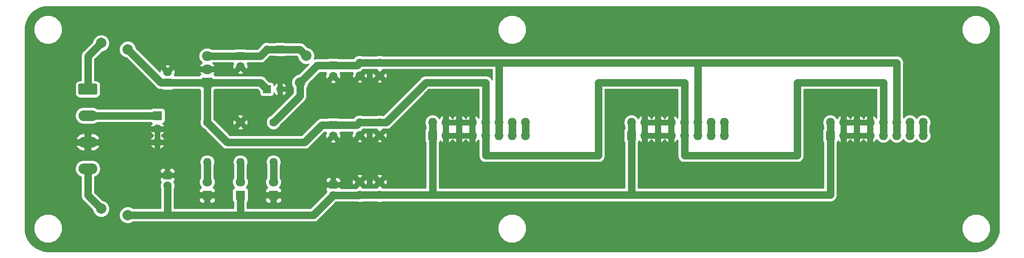
<source format=gbr>
G04 #@! TF.GenerationSoftware,KiCad,Pcbnew,(5.0.2)-1*
G04 #@! TF.CreationDate,2018-12-31T15:38:33+01:00*
G04 #@! TF.ProjectId,EuroRack_LowNoisePowerPCB,4575726f-5261-4636-9b5f-4c6f774e6f69,rev?*
G04 #@! TF.SameCoordinates,Original*
G04 #@! TF.FileFunction,Copper,L2,Bot*
G04 #@! TF.FilePolarity,Positive*
%FSLAX46Y46*%
G04 Gerber Fmt 4.6, Leading zero omitted, Abs format (unit mm)*
G04 Created by KiCad (PCBNEW (5.0.2)-1) date 31/12/2018 15:38:33*
%MOMM*%
%LPD*%
G01*
G04 APERTURE LIST*
G04 #@! TA.AperFunction,ComponentPad*
%ADD10C,1.600000*%
G04 #@! TD*
G04 #@! TA.AperFunction,ComponentPad*
%ADD11R,1.600000X1.600000*%
G04 #@! TD*
G04 #@! TA.AperFunction,ComponentPad*
%ADD12R,1.800000X1.800000*%
G04 #@! TD*
G04 #@! TA.AperFunction,ComponentPad*
%ADD13C,1.800000*%
G04 #@! TD*
G04 #@! TA.AperFunction,ComponentPad*
%ADD14C,2.010000*%
G04 #@! TD*
G04 #@! TA.AperFunction,Conductor*
%ADD15C,0.100000*%
G04 #@! TD*
G04 #@! TA.AperFunction,ComponentPad*
%ADD16C,2.080000*%
G04 #@! TD*
G04 #@! TA.AperFunction,ComponentPad*
%ADD17O,3.600000X2.080000*%
G04 #@! TD*
G04 #@! TA.AperFunction,ComponentPad*
%ADD18R,1.700000X1.700000*%
G04 #@! TD*
G04 #@! TA.AperFunction,ComponentPad*
%ADD19O,1.700000X1.700000*%
G04 #@! TD*
G04 #@! TA.AperFunction,ComponentPad*
%ADD20R,1.727200X1.727200*%
G04 #@! TD*
G04 #@! TA.AperFunction,ComponentPad*
%ADD21O,1.727200X1.727200*%
G04 #@! TD*
G04 #@! TA.AperFunction,ComponentPad*
%ADD22O,1.600000X1.600000*%
G04 #@! TD*
G04 #@! TA.AperFunction,ComponentPad*
%ADD23R,2.000000X1.905000*%
G04 #@! TD*
G04 #@! TA.AperFunction,ComponentPad*
%ADD24O,2.000000X1.905000*%
G04 #@! TD*
G04 #@! TA.AperFunction,ComponentPad*
%ADD25O,1.500000X1.500000*%
G04 #@! TD*
G04 #@! TA.AperFunction,ComponentPad*
%ADD26R,1.500000X1.500000*%
G04 #@! TD*
G04 #@! TA.AperFunction,Conductor*
%ADD27C,1.400000*%
G04 #@! TD*
G04 #@! TA.AperFunction,Conductor*
%ADD28C,0.254000*%
G04 #@! TD*
G04 APERTURE END LIST*
D10*
G04 #@! TO.P,C1,2*
G04 #@! TO.N,GND*
X92710000Y-121920000D03*
D11*
G04 #@! TO.P,C1,1*
G04 #@! TO.N,/+12V*
X92710000Y-119920000D03*
G04 #@! TD*
G04 #@! TO.P,C2,1*
G04 #@! TO.N,GND*
X92710000Y-131350000D03*
D10*
G04 #@! TO.P,C2,2*
G04 #@! TO.N,/-12V*
X92710000Y-133350000D03*
G04 #@! TD*
G04 #@! TO.P,C3,2*
G04 #@! TO.N,GND*
X92710000Y-110490000D03*
D11*
G04 #@! TO.P,C3,1*
G04 #@! TO.N,/+5V*
X92710000Y-108490000D03*
G04 #@! TD*
D10*
G04 #@! TO.P,C4,2*
G04 #@! TO.N,GND*
X97790000Y-121880000D03*
G04 #@! TO.P,C4,1*
G04 #@! TO.N,/+12V*
X97790000Y-119380000D03*
G04 #@! TD*
G04 #@! TO.P,C5,1*
G04 #@! TO.N,GND*
X97790000Y-130810000D03*
G04 #@! TO.P,C5,2*
G04 #@! TO.N,/-12V*
X97790000Y-133310000D03*
G04 #@! TD*
G04 #@! TO.P,C6,1*
G04 #@! TO.N,/+5V*
X97830000Y-107950000D03*
G04 #@! TO.P,C6,2*
G04 #@! TO.N,GND*
X97830000Y-110450000D03*
G04 #@! TD*
G04 #@! TO.P,C7,2*
G04 #@! TO.N,GND*
X60960000Y-109760000D03*
D11*
G04 #@! TO.P,C7,1*
G04 #@! TO.N,/+12V*
X60960000Y-111760000D03*
G04 #@! TD*
G04 #@! TO.P,C8,1*
G04 #@! TO.N,GND*
X60960000Y-129540000D03*
D10*
G04 #@! TO.P,C8,2*
G04 #@! TO.N,/-12V*
X60960000Y-131540000D03*
G04 #@! TD*
G04 #@! TO.P,C9,1*
G04 #@! TO.N,/+12V*
X101600000Y-119380000D03*
G04 #@! TO.P,C9,2*
G04 #@! TO.N,GND*
X101600000Y-121880000D03*
G04 #@! TD*
G04 #@! TO.P,C10,2*
G04 #@! TO.N,/-12V*
X101600000Y-133310000D03*
G04 #@! TO.P,C10,1*
G04 #@! TO.N,GND*
X101600000Y-130810000D03*
G04 #@! TD*
G04 #@! TO.P,C11,2*
G04 #@! TO.N,GND*
X101600000Y-110450000D03*
G04 #@! TO.P,C11,1*
G04 #@! TO.N,/+5V*
X101600000Y-107950000D03*
G04 #@! TD*
D11*
G04 #@! TO.P,C12,1*
G04 #@! TO.N,Net-(C12-Pad1)*
X74930000Y-106680000D03*
D10*
G04 #@! TO.P,C12,2*
G04 #@! TO.N,GND*
X74930000Y-108680000D03*
G04 #@! TD*
D12*
G04 #@! TO.P,D1,1*
G04 #@! TO.N,GND*
X68580000Y-133350000D03*
D13*
G04 #@! TO.P,D1,2*
G04 #@! TO.N,Net-(D1-Pad2)*
X68580000Y-130810000D03*
G04 #@! TD*
D12*
G04 #@! TO.P,D2,1*
G04 #@! TO.N,/-12V*
X74930000Y-133350000D03*
D13*
G04 #@! TO.P,D2,2*
G04 #@! TO.N,Net-(D2-Pad2)*
X74930000Y-130810000D03*
G04 #@! TD*
G04 #@! TO.P,D3,2*
G04 #@! TO.N,Net-(D3-Pad2)*
X81280000Y-130810000D03*
D12*
G04 #@! TO.P,D3,1*
G04 #@! TO.N,GND*
X81280000Y-133350000D03*
G04 #@! TD*
D14*
G04 #@! TO.P,F1,1*
G04 #@! TO.N,/+12V*
X53360000Y-105410000D03*
G04 #@! TO.P,F1,2*
G04 #@! TO.N,VCC*
X48260000Y-104210000D03*
G04 #@! TD*
G04 #@! TO.P,F2,2*
G04 #@! TO.N,VEE*
X48260000Y-135960000D03*
G04 #@! TO.P,F2,1*
G04 #@! TO.N,/-12V*
X53360000Y-137160000D03*
G04 #@! TD*
G04 #@! TO.P,F3,1*
G04 #@! TO.N,/+5V*
X86360000Y-111760000D03*
G04 #@! TO.P,F3,2*
G04 #@! TO.N,Net-(C12-Pad1)*
X87560000Y-106660000D03*
G04 #@! TD*
D15*
G04 #@! TO.N,VCC*
G04 #@! TO.C,J1*
G36*
X47294505Y-111991204D02*
X47318773Y-111994804D01*
X47342572Y-112000765D01*
X47365671Y-112009030D01*
X47387850Y-112019520D01*
X47408893Y-112032132D01*
X47428599Y-112046747D01*
X47446777Y-112063223D01*
X47463253Y-112081401D01*
X47477868Y-112101107D01*
X47490480Y-112122150D01*
X47500970Y-112144329D01*
X47509235Y-112167428D01*
X47515196Y-112191227D01*
X47518796Y-112215495D01*
X47520000Y-112239999D01*
X47520000Y-113820001D01*
X47518796Y-113844505D01*
X47515196Y-113868773D01*
X47509235Y-113892572D01*
X47500970Y-113915671D01*
X47490480Y-113937850D01*
X47477868Y-113958893D01*
X47463253Y-113978599D01*
X47446777Y-113996777D01*
X47428599Y-114013253D01*
X47408893Y-114027868D01*
X47387850Y-114040480D01*
X47365671Y-114050970D01*
X47342572Y-114059235D01*
X47318773Y-114065196D01*
X47294505Y-114068796D01*
X47270001Y-114070000D01*
X44169999Y-114070000D01*
X44145495Y-114068796D01*
X44121227Y-114065196D01*
X44097428Y-114059235D01*
X44074329Y-114050970D01*
X44052150Y-114040480D01*
X44031107Y-114027868D01*
X44011401Y-114013253D01*
X43993223Y-113996777D01*
X43976747Y-113978599D01*
X43962132Y-113958893D01*
X43949520Y-113937850D01*
X43939030Y-113915671D01*
X43930765Y-113892572D01*
X43924804Y-113868773D01*
X43921204Y-113844505D01*
X43920000Y-113820001D01*
X43920000Y-112239999D01*
X43921204Y-112215495D01*
X43924804Y-112191227D01*
X43930765Y-112167428D01*
X43939030Y-112144329D01*
X43949520Y-112122150D01*
X43962132Y-112101107D01*
X43976747Y-112081401D01*
X43993223Y-112063223D01*
X44011401Y-112046747D01*
X44031107Y-112032132D01*
X44052150Y-112019520D01*
X44074329Y-112009030D01*
X44097428Y-112000765D01*
X44121227Y-111994804D01*
X44145495Y-111991204D01*
X44169999Y-111990000D01*
X47270001Y-111990000D01*
X47294505Y-111991204D01*
X47294505Y-111991204D01*
G37*
D16*
G04 #@! TD*
G04 #@! TO.P,J1,1*
G04 #@! TO.N,VCC*
X45720000Y-113030000D03*
D17*
G04 #@! TO.P,J1,2*
G04 #@! TO.N,/EARTH*
X45720000Y-118110000D03*
G04 #@! TO.P,J1,3*
G04 #@! TO.N,GND*
X45720000Y-123190000D03*
G04 #@! TO.P,J1,4*
G04 #@! TO.N,VEE*
X45720000Y-128270000D03*
G04 #@! TD*
D18*
G04 #@! TO.P,J2,1*
G04 #@! TO.N,/EARTH*
X59055000Y-118110000D03*
D19*
G04 #@! TO.P,J2,2*
G04 #@! TO.N,GND*
X59055000Y-120650000D03*
G04 #@! TO.P,J2,3*
X59055000Y-123190000D03*
G04 #@! TD*
D20*
G04 #@! TO.P,J3,1*
G04 #@! TO.N,/-12V*
X187960000Y-121920000D03*
D21*
G04 #@! TO.P,J3,2*
X187960000Y-119380000D03*
G04 #@! TO.P,J3,3*
G04 #@! TO.N,GND*
X190500000Y-121920000D03*
G04 #@! TO.P,J3,4*
X190500000Y-119380000D03*
G04 #@! TO.P,J3,5*
X193040000Y-121920000D03*
G04 #@! TO.P,J3,6*
X193040000Y-119380000D03*
G04 #@! TO.P,J3,7*
X195580000Y-121920000D03*
G04 #@! TO.P,J3,8*
X195580000Y-119380000D03*
G04 #@! TO.P,J3,9*
G04 #@! TO.N,/+12V*
X198120000Y-121920000D03*
G04 #@! TO.P,J3,10*
X198120000Y-119380000D03*
G04 #@! TO.P,J3,11*
G04 #@! TO.N,/+5V*
X200660000Y-121920000D03*
G04 #@! TO.P,J3,12*
X200660000Y-119380000D03*
G04 #@! TO.P,J3,13*
G04 #@! TO.N,/CV1*
X203200000Y-121920000D03*
G04 #@! TO.P,J3,14*
X203200000Y-119380000D03*
G04 #@! TO.P,J3,15*
G04 #@! TO.N,/Gate1*
X205740000Y-121920000D03*
G04 #@! TO.P,J3,16*
X205740000Y-119380000D03*
G04 #@! TD*
G04 #@! TO.P,J4,16*
G04 #@! TO.N,/Gate2*
X167640000Y-119380000D03*
G04 #@! TO.P,J4,15*
X167640000Y-121920000D03*
G04 #@! TO.P,J4,14*
G04 #@! TO.N,/CV2*
X165100000Y-119380000D03*
G04 #@! TO.P,J4,13*
X165100000Y-121920000D03*
G04 #@! TO.P,J4,12*
G04 #@! TO.N,/+5V*
X162560000Y-119380000D03*
G04 #@! TO.P,J4,11*
X162560000Y-121920000D03*
G04 #@! TO.P,J4,10*
G04 #@! TO.N,/+12V*
X160020000Y-119380000D03*
G04 #@! TO.P,J4,9*
X160020000Y-121920000D03*
G04 #@! TO.P,J4,8*
G04 #@! TO.N,GND*
X157480000Y-119380000D03*
G04 #@! TO.P,J4,7*
X157480000Y-121920000D03*
G04 #@! TO.P,J4,6*
X154940000Y-119380000D03*
G04 #@! TO.P,J4,5*
X154940000Y-121920000D03*
G04 #@! TO.P,J4,4*
X152400000Y-119380000D03*
G04 #@! TO.P,J4,3*
X152400000Y-121920000D03*
G04 #@! TO.P,J4,2*
G04 #@! TO.N,/-12V*
X149860000Y-119380000D03*
D20*
G04 #@! TO.P,J4,1*
X149860000Y-121920000D03*
G04 #@! TD*
G04 #@! TO.P,J5,1*
G04 #@! TO.N,/-12V*
X111760000Y-121920000D03*
D21*
G04 #@! TO.P,J5,2*
X111760000Y-119380000D03*
G04 #@! TO.P,J5,3*
G04 #@! TO.N,GND*
X114300000Y-121920000D03*
G04 #@! TO.P,J5,4*
X114300000Y-119380000D03*
G04 #@! TO.P,J5,5*
X116840000Y-121920000D03*
G04 #@! TO.P,J5,6*
X116840000Y-119380000D03*
G04 #@! TO.P,J5,7*
X119380000Y-121920000D03*
G04 #@! TO.P,J5,8*
X119380000Y-119380000D03*
G04 #@! TO.P,J5,9*
G04 #@! TO.N,/+12V*
X121920000Y-121920000D03*
G04 #@! TO.P,J5,10*
X121920000Y-119380000D03*
G04 #@! TO.P,J5,11*
G04 #@! TO.N,/+5V*
X124460000Y-121920000D03*
G04 #@! TO.P,J5,12*
X124460000Y-119380000D03*
G04 #@! TO.P,J5,13*
G04 #@! TO.N,/CV3*
X127000000Y-121920000D03*
G04 #@! TO.P,J5,14*
X127000000Y-119380000D03*
G04 #@! TO.P,J5,15*
G04 #@! TO.N,/Gate3*
X129540000Y-121920000D03*
G04 #@! TO.P,J5,16*
X129540000Y-119380000D03*
G04 #@! TD*
D10*
G04 #@! TO.P,R1,1*
G04 #@! TO.N,/+12V*
X68580000Y-119380000D03*
D22*
G04 #@! TO.P,R1,2*
G04 #@! TO.N,Net-(D1-Pad2)*
X68580000Y-127000000D03*
G04 #@! TD*
G04 #@! TO.P,R2,2*
G04 #@! TO.N,Net-(D2-Pad2)*
X74930000Y-127000000D03*
D10*
G04 #@! TO.P,R2,1*
G04 #@! TO.N,GND*
X74930000Y-119380000D03*
G04 #@! TD*
G04 #@! TO.P,R3,1*
G04 #@! TO.N,/+5V*
X81280000Y-119380000D03*
D22*
G04 #@! TO.P,R3,2*
G04 #@! TO.N,Net-(D3-Pad2)*
X81280000Y-127000000D03*
G04 #@! TD*
D23*
G04 #@! TO.P,U1,1*
G04 #@! TO.N,/+12V*
X68580000Y-111760000D03*
D24*
G04 #@! TO.P,U1,2*
G04 #@! TO.N,GND*
X68580000Y-109220000D03*
G04 #@! TO.P,U1,3*
G04 #@! TO.N,Net-(C12-Pad1)*
X68580000Y-106680000D03*
G04 #@! TD*
D25*
G04 #@! TO.P,D4,2*
G04 #@! TO.N,Net-(C12-Pad1)*
X80010000Y-105410000D03*
D26*
G04 #@! TO.P,D4,1*
G04 #@! TO.N,/+12V*
X80010000Y-113030000D03*
G04 #@! TD*
G04 #@! TO.P,D5,1*
G04 #@! TO.N,Net-(C12-Pad1)*
X82550000Y-105410000D03*
D25*
G04 #@! TO.P,D5,2*
G04 #@! TO.N,GND*
X82550000Y-113030000D03*
G04 #@! TD*
D27*
G04 #@! TO.N,/+5V*
X89630000Y-108490000D02*
X92710000Y-108490000D01*
X86360000Y-111760000D02*
X89630000Y-108490000D01*
X97290000Y-108490000D02*
X97830000Y-107950000D01*
X92710000Y-108490000D02*
X97290000Y-108490000D01*
X97830000Y-107950000D02*
X101600000Y-107950000D01*
X86360000Y-114300000D02*
X81280000Y-119380000D01*
X86360000Y-111760000D02*
X86360000Y-114300000D01*
X200660000Y-119380000D02*
X200660000Y-107950000D01*
X200660000Y-121920000D02*
X200660000Y-119380000D01*
X162560000Y-119380000D02*
X162560000Y-121920000D01*
X124460000Y-119380000D02*
X124460000Y-121920000D01*
X124460000Y-119380000D02*
X124460000Y-107950000D01*
X101600000Y-107950000D02*
X124460000Y-107950000D01*
X162560000Y-119380000D02*
X162560000Y-107950000D01*
X124460000Y-107950000D02*
X162560000Y-107950000D01*
X162560000Y-107950000D02*
X200660000Y-107950000D01*
G04 #@! TO.N,/+12V*
X59710000Y-111760000D02*
X60960000Y-111760000D01*
X53360000Y-105410000D02*
X59710000Y-111760000D01*
X60960000Y-111760000D02*
X68580000Y-111760000D01*
X68580000Y-111760000D02*
X68580000Y-119380000D01*
X78740000Y-111760000D02*
X80010000Y-113030000D01*
X68580000Y-111760000D02*
X78740000Y-111760000D01*
X90510000Y-119920000D02*
X92710000Y-119920000D01*
X87240000Y-123190000D02*
X90510000Y-119920000D01*
X72390000Y-123190000D02*
X87240000Y-123190000D01*
X68580000Y-119380000D02*
X72390000Y-123190000D01*
X97250000Y-119920000D02*
X97790000Y-119380000D01*
X92710000Y-119920000D02*
X97250000Y-119920000D01*
X97790000Y-119380000D02*
X101600000Y-119380000D01*
X198120000Y-119380000D02*
X198120000Y-121920000D01*
X160020000Y-119380000D02*
X160020000Y-121920000D01*
X121920000Y-119380000D02*
X121920000Y-121920000D01*
X121920000Y-111760000D02*
X121920000Y-119380000D01*
X110490000Y-111760000D02*
X121920000Y-111760000D01*
X101600000Y-119380000D02*
X102870000Y-119380000D01*
X198120000Y-111760000D02*
X198120000Y-119380000D01*
X181610000Y-111760000D02*
X198120000Y-111760000D01*
X181610000Y-125730000D02*
X181610000Y-111760000D01*
X160020000Y-121920000D02*
X160020000Y-125730000D01*
X160020000Y-125730000D02*
X181610000Y-125730000D01*
X102870000Y-119380000D02*
X110490000Y-111760000D01*
X160020000Y-111760000D02*
X160020000Y-119380000D01*
X143510000Y-111760000D02*
X160020000Y-111760000D01*
X143510000Y-125730000D02*
X143510000Y-111760000D01*
X121920000Y-121920000D02*
X121920000Y-125730000D01*
X121920000Y-125730000D02*
X143510000Y-125730000D01*
G04 #@! TO.N,/-12V*
X88900000Y-137160000D02*
X92710000Y-133350000D01*
X74930000Y-133350000D02*
X74930000Y-137160000D01*
X74930000Y-137160000D02*
X88900000Y-137160000D01*
X60960000Y-131540000D02*
X60960000Y-137160000D01*
X53360000Y-137160000D02*
X60960000Y-137160000D01*
X60960000Y-137160000D02*
X74930000Y-137160000D01*
X97750000Y-133350000D02*
X97790000Y-133310000D01*
X92710000Y-133350000D02*
X97750000Y-133350000D01*
X97790000Y-133310000D02*
X101600000Y-133310000D01*
X187960000Y-133270000D02*
X187920000Y-133310000D01*
X187960000Y-121920000D02*
X187960000Y-133270000D01*
X187960000Y-119380000D02*
X187960000Y-121920000D01*
X149860000Y-119380000D02*
X149860000Y-121920000D01*
X111760000Y-119380000D02*
X111760000Y-121920000D01*
X111760000Y-121920000D02*
X111760000Y-133310000D01*
X101600000Y-133310000D02*
X111760000Y-133310000D01*
X149860000Y-121920000D02*
X149860000Y-133310000D01*
X111760000Y-133310000D02*
X149860000Y-133310000D01*
X149860000Y-133310000D02*
X187920000Y-133310000D01*
G04 #@! TO.N,Net-(C12-Pad1)*
X68580000Y-106680000D02*
X74930000Y-106680000D01*
X78740000Y-106680000D02*
X80010000Y-105410000D01*
X74930000Y-106680000D02*
X78740000Y-106680000D01*
X80010000Y-105410000D02*
X82550000Y-105410000D01*
X86310000Y-105410000D02*
X87560000Y-106660000D01*
X82550000Y-105410000D02*
X86310000Y-105410000D01*
G04 #@! TO.N,Net-(D1-Pad2)*
X68580000Y-130810000D02*
X68580000Y-127000000D01*
G04 #@! TO.N,Net-(D2-Pad2)*
X74930000Y-130810000D02*
X74930000Y-127000000D01*
G04 #@! TO.N,Net-(D3-Pad2)*
X81280000Y-130810000D02*
X81280000Y-127000000D01*
G04 #@! TO.N,VCC*
X45720000Y-106750000D02*
X48260000Y-104210000D01*
X45720000Y-113030000D02*
X45720000Y-106750000D01*
G04 #@! TO.N,VEE*
X45720000Y-133420000D02*
X48260000Y-135960000D01*
X45720000Y-128270000D02*
X45720000Y-133420000D01*
G04 #@! TO.N,/EARTH*
X45720000Y-118110000D02*
X53340000Y-118110000D01*
X53340000Y-118110000D02*
X59055000Y-118110000D01*
G04 #@! TO.N,/CV1*
X203200000Y-119380000D02*
X203200000Y-121920000D01*
G04 #@! TO.N,/Gate1*
X205740000Y-119380000D02*
X205740000Y-121920000D01*
G04 #@! TO.N,/Gate2*
X167640000Y-119380000D02*
X167640000Y-121920000D01*
G04 #@! TO.N,/CV2*
X165100000Y-119380000D02*
X165100000Y-121920000D01*
G04 #@! TO.N,/CV3*
X127000000Y-119380000D02*
X127000000Y-121920000D01*
G04 #@! TO.N,/Gate3*
X129540000Y-119380000D02*
X129540000Y-121920000D01*
G04 #@! TD*
D28*
G04 #@! TO.N,GND*
G36*
X216565150Y-97267085D02*
X216677803Y-97277139D01*
X217431023Y-97483197D01*
X218135852Y-97819384D01*
X218770002Y-98275065D01*
X219313441Y-98835851D01*
X219748981Y-99484001D01*
X220062862Y-100199043D01*
X220246424Y-100963636D01*
X220295000Y-101625112D01*
X220295001Y-139669483D01*
X220222861Y-140477805D01*
X220016803Y-141231023D01*
X219680616Y-141935852D01*
X219224932Y-142570005D01*
X218664149Y-143113441D01*
X218015996Y-143548982D01*
X217300956Y-143862863D01*
X216536364Y-144046424D01*
X215874887Y-144095000D01*
X38130506Y-144095000D01*
X37322195Y-144022861D01*
X36568977Y-143816803D01*
X35864148Y-143480616D01*
X35229995Y-143024932D01*
X34686559Y-142464149D01*
X34251018Y-141815996D01*
X33937137Y-141100956D01*
X33753576Y-140336364D01*
X33705000Y-139674887D01*
X33705000Y-139146029D01*
X35315000Y-139146029D01*
X35315000Y-140253971D01*
X35738991Y-141277576D01*
X36522424Y-142061009D01*
X37546029Y-142485000D01*
X38653971Y-142485000D01*
X39677576Y-142061009D01*
X40461009Y-141277576D01*
X40885000Y-140253971D01*
X40885000Y-139146029D01*
X124215000Y-139146029D01*
X124215000Y-140253971D01*
X124638991Y-141277576D01*
X125422424Y-142061009D01*
X126446029Y-142485000D01*
X127553971Y-142485000D01*
X128577576Y-142061009D01*
X129361009Y-141277576D01*
X129785000Y-140253971D01*
X129785000Y-139146029D01*
X213115000Y-139146029D01*
X213115000Y-140253971D01*
X213538991Y-141277576D01*
X214322424Y-142061009D01*
X215346029Y-142485000D01*
X216453971Y-142485000D01*
X217477576Y-142061009D01*
X218261009Y-141277576D01*
X218685000Y-140253971D01*
X218685000Y-139146029D01*
X218261009Y-138122424D01*
X217477576Y-137338991D01*
X216453971Y-136915000D01*
X215346029Y-136915000D01*
X214322424Y-137338991D01*
X213538991Y-138122424D01*
X213115000Y-139146029D01*
X129785000Y-139146029D01*
X129361009Y-138122424D01*
X128577576Y-137338991D01*
X127553971Y-136915000D01*
X126446029Y-136915000D01*
X125422424Y-137338991D01*
X124638991Y-138122424D01*
X124215000Y-139146029D01*
X40885000Y-139146029D01*
X40461009Y-138122424D01*
X39677576Y-137338991D01*
X38653971Y-136915000D01*
X37546029Y-136915000D01*
X36522424Y-137338991D01*
X35738991Y-138122424D01*
X35315000Y-139146029D01*
X33705000Y-139146029D01*
X33705000Y-128270000D01*
X43252185Y-128270000D01*
X43382185Y-128923553D01*
X43752392Y-129477608D01*
X44306447Y-129847815D01*
X44385000Y-129863440D01*
X44385001Y-133288515D01*
X44358847Y-133420000D01*
X44462458Y-133940890D01*
X44636268Y-134201014D01*
X44757520Y-134382481D01*
X44868986Y-134456960D01*
X46620000Y-136207975D01*
X46620000Y-136286216D01*
X46869676Y-136888985D01*
X47331015Y-137350324D01*
X47933784Y-137600000D01*
X48586216Y-137600000D01*
X49188985Y-137350324D01*
X49650324Y-136888985D01*
X49673189Y-136833784D01*
X51720000Y-136833784D01*
X51720000Y-137486216D01*
X51969676Y-138088985D01*
X52431015Y-138550324D01*
X53033784Y-138800000D01*
X53686216Y-138800000D01*
X54288985Y-138550324D01*
X54344309Y-138495000D01*
X60828516Y-138495000D01*
X60960000Y-138521154D01*
X61091485Y-138495000D01*
X74798516Y-138495000D01*
X74930000Y-138521154D01*
X75061485Y-138495000D01*
X88768519Y-138495000D01*
X88900000Y-138521153D01*
X89031481Y-138495000D01*
X89031485Y-138495000D01*
X89420891Y-138417542D01*
X89862481Y-138122481D01*
X89936963Y-138011012D01*
X93262975Y-134685000D01*
X97359708Y-134685000D01*
X97504561Y-134745000D01*
X98075439Y-134745000D01*
X98316860Y-134645000D01*
X101073140Y-134645000D01*
X101314561Y-134745000D01*
X101885439Y-134745000D01*
X102126860Y-134645000D01*
X111628516Y-134645000D01*
X111760000Y-134671154D01*
X111891485Y-134645000D01*
X149728516Y-134645000D01*
X149860000Y-134671154D01*
X149991485Y-134645000D01*
X187788519Y-134645000D01*
X187920000Y-134671153D01*
X188051481Y-134645000D01*
X188051485Y-134645000D01*
X188440891Y-134567542D01*
X188882481Y-134272481D01*
X188898503Y-134248503D01*
X188922481Y-134232481D01*
X189217542Y-133790891D01*
X189295000Y-133401485D01*
X189295000Y-133401484D01*
X189321154Y-133270000D01*
X189295000Y-133138515D01*
X189295000Y-123221069D01*
X189421757Y-123031365D01*
X189437475Y-122952343D01*
X189502010Y-123037996D01*
X189849026Y-123269828D01*
X190068200Y-123188364D01*
X190068200Y-122351800D01*
X190931800Y-122351800D01*
X190931800Y-123188364D01*
X191150974Y-123269828D01*
X191497990Y-123037996D01*
X191770000Y-122676974D01*
X192042010Y-123037996D01*
X192389026Y-123269828D01*
X192608200Y-123188364D01*
X192608200Y-122351800D01*
X193471800Y-122351800D01*
X193471800Y-123188364D01*
X193690974Y-123269828D01*
X194037990Y-123037996D01*
X194310000Y-122676974D01*
X194582010Y-123037996D01*
X194929026Y-123269828D01*
X195148200Y-123188364D01*
X195148200Y-122351800D01*
X193471800Y-122351800D01*
X192608200Y-122351800D01*
X190931800Y-122351800D01*
X190068200Y-122351800D01*
X189907000Y-122351800D01*
X189907000Y-121488200D01*
X190068200Y-121488200D01*
X190068200Y-120651636D01*
X190063798Y-120650000D01*
X190068200Y-120648364D01*
X190068200Y-119811800D01*
X190931800Y-119811800D01*
X190931800Y-120648364D01*
X190936202Y-120650000D01*
X190931800Y-120651636D01*
X190931800Y-121488200D01*
X192608200Y-121488200D01*
X192608200Y-120651636D01*
X192603798Y-120650000D01*
X192608200Y-120648364D01*
X192608200Y-119811800D01*
X193471800Y-119811800D01*
X193471800Y-120648364D01*
X193476202Y-120650000D01*
X193471800Y-120651636D01*
X193471800Y-121488200D01*
X195148200Y-121488200D01*
X195148200Y-120651636D01*
X195143798Y-120650000D01*
X195148200Y-120648364D01*
X195148200Y-119811800D01*
X193471800Y-119811800D01*
X192608200Y-119811800D01*
X190931800Y-119811800D01*
X190068200Y-119811800D01*
X189907000Y-119811800D01*
X189907000Y-118948200D01*
X190068200Y-118948200D01*
X190068200Y-118111636D01*
X190931800Y-118111636D01*
X190931800Y-118948200D01*
X192608200Y-118948200D01*
X192608200Y-118111636D01*
X193471800Y-118111636D01*
X193471800Y-118948200D01*
X195148200Y-118948200D01*
X195148200Y-118111636D01*
X194929026Y-118030172D01*
X194582010Y-118262004D01*
X194310000Y-118623026D01*
X194037990Y-118262004D01*
X193690974Y-118030172D01*
X193471800Y-118111636D01*
X192608200Y-118111636D01*
X192389026Y-118030172D01*
X192042010Y-118262004D01*
X191770000Y-118623026D01*
X191497990Y-118262004D01*
X191150974Y-118030172D01*
X190931800Y-118111636D01*
X190068200Y-118111636D01*
X189849026Y-118030172D01*
X189502010Y-118262004D01*
X189244075Y-118604346D01*
X189040430Y-118299570D01*
X188544725Y-117968350D01*
X188107598Y-117881400D01*
X187812402Y-117881400D01*
X187375275Y-117968350D01*
X186879570Y-118299570D01*
X186548350Y-118795275D01*
X186432041Y-119380000D01*
X186548350Y-119964725D01*
X186625000Y-120079440D01*
X186625000Y-120618930D01*
X186498243Y-120808635D01*
X186448960Y-121056400D01*
X186448960Y-122783600D01*
X186498243Y-123031365D01*
X186625000Y-123221069D01*
X186625001Y-131975000D01*
X151195000Y-131975000D01*
X151195000Y-123221069D01*
X151321757Y-123031365D01*
X151337475Y-122952343D01*
X151402010Y-123037996D01*
X151749026Y-123269828D01*
X151968200Y-123188364D01*
X151968200Y-122351800D01*
X152831800Y-122351800D01*
X152831800Y-123188364D01*
X153050974Y-123269828D01*
X153397990Y-123037996D01*
X153670000Y-122676974D01*
X153942010Y-123037996D01*
X154289026Y-123269828D01*
X154508200Y-123188364D01*
X154508200Y-122351800D01*
X155371800Y-122351800D01*
X155371800Y-123188364D01*
X155590974Y-123269828D01*
X155937990Y-123037996D01*
X156210000Y-122676974D01*
X156482010Y-123037996D01*
X156829026Y-123269828D01*
X157048200Y-123188364D01*
X157048200Y-122351800D01*
X155371800Y-122351800D01*
X154508200Y-122351800D01*
X152831800Y-122351800D01*
X151968200Y-122351800D01*
X151807000Y-122351800D01*
X151807000Y-121488200D01*
X151968200Y-121488200D01*
X151968200Y-120651636D01*
X151963798Y-120650000D01*
X151968200Y-120648364D01*
X151968200Y-119811800D01*
X152831800Y-119811800D01*
X152831800Y-120648364D01*
X152836202Y-120650000D01*
X152831800Y-120651636D01*
X152831800Y-121488200D01*
X154508200Y-121488200D01*
X154508200Y-120651636D01*
X154503798Y-120650000D01*
X154508200Y-120648364D01*
X154508200Y-119811800D01*
X155371800Y-119811800D01*
X155371800Y-120648364D01*
X155376202Y-120650000D01*
X155371800Y-120651636D01*
X155371800Y-121488200D01*
X157048200Y-121488200D01*
X157048200Y-120651636D01*
X157043798Y-120650000D01*
X157048200Y-120648364D01*
X157048200Y-119811800D01*
X155371800Y-119811800D01*
X154508200Y-119811800D01*
X152831800Y-119811800D01*
X151968200Y-119811800D01*
X151807000Y-119811800D01*
X151807000Y-118948200D01*
X151968200Y-118948200D01*
X151968200Y-118111636D01*
X152831800Y-118111636D01*
X152831800Y-118948200D01*
X154508200Y-118948200D01*
X154508200Y-118111636D01*
X155371800Y-118111636D01*
X155371800Y-118948200D01*
X157048200Y-118948200D01*
X157048200Y-118111636D01*
X156829026Y-118030172D01*
X156482010Y-118262004D01*
X156210000Y-118623026D01*
X155937990Y-118262004D01*
X155590974Y-118030172D01*
X155371800Y-118111636D01*
X154508200Y-118111636D01*
X154289026Y-118030172D01*
X153942010Y-118262004D01*
X153670000Y-118623026D01*
X153397990Y-118262004D01*
X153050974Y-118030172D01*
X152831800Y-118111636D01*
X151968200Y-118111636D01*
X151749026Y-118030172D01*
X151402010Y-118262004D01*
X151144075Y-118604346D01*
X150940430Y-118299570D01*
X150444725Y-117968350D01*
X150007598Y-117881400D01*
X149712402Y-117881400D01*
X149275275Y-117968350D01*
X148779570Y-118299570D01*
X148448350Y-118795275D01*
X148332041Y-119380000D01*
X148448350Y-119964725D01*
X148525000Y-120079440D01*
X148525000Y-120618930D01*
X148398243Y-120808635D01*
X148348960Y-121056400D01*
X148348960Y-122783600D01*
X148398243Y-123031365D01*
X148525000Y-123221069D01*
X148525001Y-131975000D01*
X113095000Y-131975000D01*
X113095000Y-123221069D01*
X113221757Y-123031365D01*
X113237475Y-122952343D01*
X113302010Y-123037996D01*
X113649026Y-123269828D01*
X113868200Y-123188364D01*
X113868200Y-122351800D01*
X114731800Y-122351800D01*
X114731800Y-123188364D01*
X114950974Y-123269828D01*
X115297990Y-123037996D01*
X115570000Y-122676974D01*
X115842010Y-123037996D01*
X116189026Y-123269828D01*
X116408200Y-123188364D01*
X116408200Y-122351800D01*
X117271800Y-122351800D01*
X117271800Y-123188364D01*
X117490974Y-123269828D01*
X117837990Y-123037996D01*
X118110000Y-122676974D01*
X118382010Y-123037996D01*
X118729026Y-123269828D01*
X118948200Y-123188364D01*
X118948200Y-122351800D01*
X117271800Y-122351800D01*
X116408200Y-122351800D01*
X114731800Y-122351800D01*
X113868200Y-122351800D01*
X113707000Y-122351800D01*
X113707000Y-121488200D01*
X113868200Y-121488200D01*
X113868200Y-120651636D01*
X113863798Y-120650000D01*
X113868200Y-120648364D01*
X113868200Y-119811800D01*
X114731800Y-119811800D01*
X114731800Y-120648364D01*
X114736202Y-120650000D01*
X114731800Y-120651636D01*
X114731800Y-121488200D01*
X116408200Y-121488200D01*
X116408200Y-120651636D01*
X116403798Y-120650000D01*
X116408200Y-120648364D01*
X116408200Y-119811800D01*
X117271800Y-119811800D01*
X117271800Y-120648364D01*
X117276202Y-120650000D01*
X117271800Y-120651636D01*
X117271800Y-121488200D01*
X118948200Y-121488200D01*
X118948200Y-120651636D01*
X118943798Y-120650000D01*
X118948200Y-120648364D01*
X118948200Y-119811800D01*
X117271800Y-119811800D01*
X116408200Y-119811800D01*
X114731800Y-119811800D01*
X113868200Y-119811800D01*
X113707000Y-119811800D01*
X113707000Y-118948200D01*
X113868200Y-118948200D01*
X113868200Y-118111636D01*
X114731800Y-118111636D01*
X114731800Y-118948200D01*
X116408200Y-118948200D01*
X116408200Y-118111636D01*
X117271800Y-118111636D01*
X117271800Y-118948200D01*
X118948200Y-118948200D01*
X118948200Y-118111636D01*
X118729026Y-118030172D01*
X118382010Y-118262004D01*
X118110000Y-118623026D01*
X117837990Y-118262004D01*
X117490974Y-118030172D01*
X117271800Y-118111636D01*
X116408200Y-118111636D01*
X116189026Y-118030172D01*
X115842010Y-118262004D01*
X115570000Y-118623026D01*
X115297990Y-118262004D01*
X114950974Y-118030172D01*
X114731800Y-118111636D01*
X113868200Y-118111636D01*
X113649026Y-118030172D01*
X113302010Y-118262004D01*
X113044075Y-118604346D01*
X112840430Y-118299570D01*
X112344725Y-117968350D01*
X111907598Y-117881400D01*
X111612402Y-117881400D01*
X111175275Y-117968350D01*
X110679570Y-118299570D01*
X110348350Y-118795275D01*
X110232041Y-119380000D01*
X110348350Y-119964725D01*
X110425000Y-120079440D01*
X110425000Y-120618930D01*
X110298243Y-120808635D01*
X110248960Y-121056400D01*
X110248960Y-122783600D01*
X110298243Y-123031365D01*
X110425000Y-123221069D01*
X110425001Y-131975000D01*
X102193208Y-131975000D01*
X102195042Y-131970727D01*
X101600000Y-131375685D01*
X101004958Y-131970727D01*
X101006792Y-131975000D01*
X98383208Y-131975000D01*
X98385042Y-131970727D01*
X97790000Y-131375685D01*
X97194958Y-131970727D01*
X97206808Y-131998334D01*
X97166571Y-132015000D01*
X94145000Y-132015000D01*
X94145000Y-131908750D01*
X93986250Y-131750000D01*
X93110000Y-131750000D01*
X93110000Y-131943000D01*
X93063037Y-131943000D01*
X92995439Y-131915000D01*
X92424561Y-131915000D01*
X92356963Y-131943000D01*
X92310000Y-131943000D01*
X92310000Y-131750000D01*
X91433750Y-131750000D01*
X91275000Y-131908750D01*
X91275000Y-132276309D01*
X91371673Y-132509698D01*
X91465830Y-132603856D01*
X91393466Y-132778559D01*
X88347026Y-135825000D01*
X76265000Y-135825000D01*
X76265000Y-134723050D01*
X76287809Y-134707809D01*
X76428157Y-134497765D01*
X76477440Y-134250000D01*
X76477440Y-133958750D01*
X79745000Y-133958750D01*
X79745000Y-134376309D01*
X79841673Y-134609698D01*
X80020301Y-134788327D01*
X80253690Y-134885000D01*
X80671250Y-134885000D01*
X80830000Y-134726250D01*
X80830000Y-133800000D01*
X81730000Y-133800000D01*
X81730000Y-134726250D01*
X81888750Y-134885000D01*
X82306310Y-134885000D01*
X82539699Y-134788327D01*
X82718327Y-134609698D01*
X82815000Y-134376309D01*
X82815000Y-133958750D01*
X82656250Y-133800000D01*
X81730000Y-133800000D01*
X80830000Y-133800000D01*
X79903750Y-133800000D01*
X79745000Y-133958750D01*
X76477440Y-133958750D01*
X76477440Y-132450000D01*
X76428157Y-132202235D01*
X76287809Y-131992191D01*
X76077765Y-131851843D01*
X76062092Y-131848725D01*
X76231310Y-131679507D01*
X76465000Y-131115330D01*
X76465000Y-130504670D01*
X79745000Y-130504670D01*
X79745000Y-131115330D01*
X79978690Y-131679507D01*
X80155044Y-131855861D01*
X80020301Y-131911673D01*
X79841673Y-132090302D01*
X79745000Y-132323691D01*
X79745000Y-132741250D01*
X79903750Y-132900000D01*
X80830000Y-132900000D01*
X80830000Y-132757000D01*
X81730000Y-132757000D01*
X81730000Y-132900000D01*
X82656250Y-132900000D01*
X82815000Y-132741250D01*
X82815000Y-132323691D01*
X82718327Y-132090302D01*
X82539699Y-131911673D01*
X82404956Y-131855861D01*
X82581310Y-131679507D01*
X82815000Y-131115330D01*
X82815000Y-130504670D01*
X82781458Y-130423691D01*
X91275000Y-130423691D01*
X91275000Y-130791250D01*
X91433750Y-130950000D01*
X92310000Y-130950000D01*
X92310000Y-130073750D01*
X93110000Y-130073750D01*
X93110000Y-130950000D01*
X93986250Y-130950000D01*
X94065847Y-130870403D01*
X96328135Y-130870403D01*
X96416297Y-131313626D01*
X96629273Y-131405042D01*
X97224315Y-130810000D01*
X98355685Y-130810000D01*
X98950727Y-131405042D01*
X99163703Y-131313626D01*
X99232982Y-130870403D01*
X100138135Y-130870403D01*
X100226297Y-131313626D01*
X100439273Y-131405042D01*
X101034315Y-130810000D01*
X102165685Y-130810000D01*
X102760727Y-131405042D01*
X102973703Y-131313626D01*
X103061865Y-130749597D01*
X102973703Y-130306374D01*
X102760727Y-130214958D01*
X102165685Y-130810000D01*
X101034315Y-130810000D01*
X100439273Y-130214958D01*
X100226297Y-130306374D01*
X100138135Y-130870403D01*
X99232982Y-130870403D01*
X99251865Y-130749597D01*
X99163703Y-130306374D01*
X98950727Y-130214958D01*
X98355685Y-130810000D01*
X97224315Y-130810000D01*
X96629273Y-130214958D01*
X96416297Y-130306374D01*
X96328135Y-130870403D01*
X94065847Y-130870403D01*
X94145000Y-130791250D01*
X94145000Y-130423691D01*
X94048327Y-130190302D01*
X93869699Y-130011673D01*
X93636310Y-129915000D01*
X93268750Y-129915000D01*
X93110000Y-130073750D01*
X92310000Y-130073750D01*
X92151250Y-129915000D01*
X91783690Y-129915000D01*
X91550301Y-130011673D01*
X91371673Y-130190302D01*
X91275000Y-130423691D01*
X82781458Y-130423691D01*
X82615000Y-130021828D01*
X82615000Y-129649273D01*
X97194958Y-129649273D01*
X97790000Y-130244315D01*
X98385042Y-129649273D01*
X101004958Y-129649273D01*
X101600000Y-130244315D01*
X102195042Y-129649273D01*
X102103626Y-129436297D01*
X101539597Y-129348135D01*
X101096374Y-129436297D01*
X101004958Y-129649273D01*
X98385042Y-129649273D01*
X98293626Y-129436297D01*
X97729597Y-129348135D01*
X97286374Y-129436297D01*
X97194958Y-129649273D01*
X82615000Y-129649273D01*
X82615000Y-127584962D01*
X82631740Y-127559909D01*
X82743113Y-127000000D01*
X82631740Y-126440091D01*
X82314577Y-125965423D01*
X81839909Y-125648260D01*
X81421333Y-125565000D01*
X81138667Y-125565000D01*
X80720091Y-125648260D01*
X80245423Y-125965423D01*
X79928260Y-126440091D01*
X79816887Y-127000000D01*
X79928260Y-127559909D01*
X79945001Y-127584963D01*
X79945000Y-130021827D01*
X79745000Y-130504670D01*
X76465000Y-130504670D01*
X76265000Y-130021828D01*
X76265000Y-127584962D01*
X76281740Y-127559909D01*
X76393113Y-127000000D01*
X76281740Y-126440091D01*
X75964577Y-125965423D01*
X75489909Y-125648260D01*
X75071333Y-125565000D01*
X74788667Y-125565000D01*
X74370091Y-125648260D01*
X73895423Y-125965423D01*
X73578260Y-126440091D01*
X73466887Y-127000000D01*
X73578260Y-127559909D01*
X73595001Y-127584963D01*
X73595000Y-130021827D01*
X73395000Y-130504670D01*
X73395000Y-131115330D01*
X73628690Y-131679507D01*
X73797908Y-131848725D01*
X73782235Y-131851843D01*
X73572191Y-131992191D01*
X73431843Y-132202235D01*
X73382560Y-132450000D01*
X73382560Y-134250000D01*
X73431843Y-134497765D01*
X73572191Y-134707809D01*
X73595000Y-134723050D01*
X73595001Y-135825000D01*
X62295000Y-135825000D01*
X62295000Y-133958750D01*
X67045000Y-133958750D01*
X67045000Y-134376309D01*
X67141673Y-134609698D01*
X67320301Y-134788327D01*
X67553690Y-134885000D01*
X67971250Y-134885000D01*
X68130000Y-134726250D01*
X68130000Y-133800000D01*
X69030000Y-133800000D01*
X69030000Y-134726250D01*
X69188750Y-134885000D01*
X69606310Y-134885000D01*
X69839699Y-134788327D01*
X70018327Y-134609698D01*
X70115000Y-134376309D01*
X70115000Y-133958750D01*
X69956250Y-133800000D01*
X69030000Y-133800000D01*
X68130000Y-133800000D01*
X67203750Y-133800000D01*
X67045000Y-133958750D01*
X62295000Y-133958750D01*
X62295000Y-132066860D01*
X62395000Y-131825439D01*
X62395000Y-131254561D01*
X62204170Y-130793856D01*
X62298327Y-130699698D01*
X62379110Y-130504670D01*
X67045000Y-130504670D01*
X67045000Y-131115330D01*
X67278690Y-131679507D01*
X67455044Y-131855861D01*
X67320301Y-131911673D01*
X67141673Y-132090302D01*
X67045000Y-132323691D01*
X67045000Y-132741250D01*
X67203750Y-132900000D01*
X68130000Y-132900000D01*
X68130000Y-132757000D01*
X69030000Y-132757000D01*
X69030000Y-132900000D01*
X69956250Y-132900000D01*
X70115000Y-132741250D01*
X70115000Y-132323691D01*
X70018327Y-132090302D01*
X69839699Y-131911673D01*
X69704956Y-131855861D01*
X69881310Y-131679507D01*
X70115000Y-131115330D01*
X70115000Y-130504670D01*
X69915000Y-130021828D01*
X69915000Y-127584962D01*
X69931740Y-127559909D01*
X70043113Y-127000000D01*
X69931740Y-126440091D01*
X69614577Y-125965423D01*
X69139909Y-125648260D01*
X68721333Y-125565000D01*
X68438667Y-125565000D01*
X68020091Y-125648260D01*
X67545423Y-125965423D01*
X67228260Y-126440091D01*
X67116887Y-127000000D01*
X67228260Y-127559909D01*
X67245001Y-127584963D01*
X67245000Y-130021827D01*
X67045000Y-130504670D01*
X62379110Y-130504670D01*
X62395000Y-130466309D01*
X62395000Y-130098750D01*
X62236250Y-129940000D01*
X61360000Y-129940000D01*
X61360000Y-130133000D01*
X61313037Y-130133000D01*
X61245439Y-130105000D01*
X60674561Y-130105000D01*
X60606963Y-130133000D01*
X60560000Y-130133000D01*
X60560000Y-129940000D01*
X59683750Y-129940000D01*
X59525000Y-130098750D01*
X59525000Y-130466309D01*
X59621673Y-130699698D01*
X59715830Y-130793856D01*
X59525000Y-131254561D01*
X59525000Y-131825439D01*
X59625000Y-132066860D01*
X59625001Y-135825000D01*
X54344309Y-135825000D01*
X54288985Y-135769676D01*
X53686216Y-135520000D01*
X53033784Y-135520000D01*
X52431015Y-135769676D01*
X51969676Y-136231015D01*
X51720000Y-136833784D01*
X49673189Y-136833784D01*
X49900000Y-136286216D01*
X49900000Y-135633784D01*
X49650324Y-135031015D01*
X49188985Y-134569676D01*
X48586216Y-134320000D01*
X48507975Y-134320000D01*
X47055000Y-132867026D01*
X47055000Y-129863440D01*
X47133553Y-129847815D01*
X47687608Y-129477608D01*
X48057815Y-128923553D01*
X48119450Y-128613691D01*
X59525000Y-128613691D01*
X59525000Y-128981250D01*
X59683750Y-129140000D01*
X60560000Y-129140000D01*
X60560000Y-128263750D01*
X61360000Y-128263750D01*
X61360000Y-129140000D01*
X62236250Y-129140000D01*
X62395000Y-128981250D01*
X62395000Y-128613691D01*
X62298327Y-128380302D01*
X62119699Y-128201673D01*
X61886310Y-128105000D01*
X61518750Y-128105000D01*
X61360000Y-128263750D01*
X60560000Y-128263750D01*
X60401250Y-128105000D01*
X60033690Y-128105000D01*
X59800301Y-128201673D01*
X59621673Y-128380302D01*
X59525000Y-128613691D01*
X48119450Y-128613691D01*
X48187815Y-128270000D01*
X48057815Y-127616447D01*
X47687608Y-127062392D01*
X47133553Y-126692185D01*
X46644972Y-126595000D01*
X44795028Y-126595000D01*
X44306447Y-126692185D01*
X43752392Y-127062392D01*
X43382185Y-127616447D01*
X43252185Y-128270000D01*
X33705000Y-128270000D01*
X33705000Y-123952679D01*
X43468710Y-123952679D01*
X43689188Y-124344443D01*
X44227709Y-124742885D01*
X44877715Y-124904914D01*
X45147000Y-124737923D01*
X45147000Y-123710000D01*
X46293000Y-123710000D01*
X46293000Y-124737923D01*
X46562285Y-124904914D01*
X47212291Y-124742885D01*
X47750812Y-124344443D01*
X47971290Y-123952679D01*
X47938073Y-123832356D01*
X57716119Y-123832356D01*
X57949155Y-124181175D01*
X58412639Y-124528915D01*
X58630000Y-124454168D01*
X58630000Y-123615000D01*
X59480000Y-123615000D01*
X59480000Y-124454168D01*
X59697361Y-124528915D01*
X60160845Y-124181175D01*
X60393881Y-123832356D01*
X60311310Y-123615000D01*
X59480000Y-123615000D01*
X58630000Y-123615000D01*
X57798690Y-123615000D01*
X57716119Y-123832356D01*
X47938073Y-123832356D01*
X47904294Y-123710000D01*
X46293000Y-123710000D01*
X45147000Y-123710000D01*
X43535706Y-123710000D01*
X43468710Y-123952679D01*
X33705000Y-123952679D01*
X33705000Y-122427321D01*
X43468710Y-122427321D01*
X43535706Y-122670000D01*
X45147000Y-122670000D01*
X45147000Y-121642077D01*
X46293000Y-121642077D01*
X46293000Y-122670000D01*
X47904294Y-122670000D01*
X47971290Y-122427321D01*
X47750812Y-122035557D01*
X47212291Y-121637115D01*
X46562285Y-121475086D01*
X46293000Y-121642077D01*
X45147000Y-121642077D01*
X44877715Y-121475086D01*
X44227709Y-121637115D01*
X43689188Y-122035557D01*
X43468710Y-122427321D01*
X33705000Y-122427321D01*
X33705000Y-121292356D01*
X57716119Y-121292356D01*
X57949155Y-121641175D01*
X58320786Y-121920000D01*
X57949155Y-122198825D01*
X57716119Y-122547644D01*
X57798690Y-122765000D01*
X58630000Y-122765000D01*
X58630000Y-121925832D01*
X58613041Y-121920000D01*
X58630000Y-121914168D01*
X58630000Y-121075000D01*
X59480000Y-121075000D01*
X59480000Y-121914168D01*
X59496959Y-121920000D01*
X59480000Y-121925832D01*
X59480000Y-122765000D01*
X60311310Y-122765000D01*
X60393881Y-122547644D01*
X60160845Y-122198825D01*
X59789214Y-121920000D01*
X60160845Y-121641175D01*
X60393881Y-121292356D01*
X60311310Y-121075000D01*
X59480000Y-121075000D01*
X58630000Y-121075000D01*
X57798690Y-121075000D01*
X57716119Y-121292356D01*
X33705000Y-121292356D01*
X33705000Y-118110000D01*
X43252185Y-118110000D01*
X43382185Y-118763553D01*
X43752392Y-119317608D01*
X44306447Y-119687815D01*
X44795028Y-119785000D01*
X46644972Y-119785000D01*
X47133553Y-119687815D01*
X47496952Y-119445000D01*
X57787885Y-119445000D01*
X57957235Y-119558157D01*
X58056906Y-119577983D01*
X57949155Y-119658825D01*
X57716119Y-120007644D01*
X57798690Y-120225000D01*
X58630000Y-120225000D01*
X58630000Y-120057000D01*
X59480000Y-120057000D01*
X59480000Y-120225000D01*
X60311310Y-120225000D01*
X60393881Y-120007644D01*
X60160845Y-119658825D01*
X60053094Y-119577983D01*
X60152765Y-119558157D01*
X60362809Y-119417809D01*
X60503157Y-119207765D01*
X60552440Y-118960000D01*
X60552440Y-117260000D01*
X60503157Y-117012235D01*
X60362809Y-116802191D01*
X60152765Y-116661843D01*
X59905000Y-116612560D01*
X58205000Y-116612560D01*
X57957235Y-116661843D01*
X57787885Y-116775000D01*
X47496952Y-116775000D01*
X47133553Y-116532185D01*
X46644972Y-116435000D01*
X44795028Y-116435000D01*
X44306447Y-116532185D01*
X43752392Y-116902392D01*
X43382185Y-117456447D01*
X43252185Y-118110000D01*
X33705000Y-118110000D01*
X33705000Y-112239999D01*
X43272560Y-112239999D01*
X43272560Y-113820001D01*
X43340873Y-114163436D01*
X43535414Y-114454586D01*
X43826564Y-114649127D01*
X44169999Y-114717440D01*
X47270001Y-114717440D01*
X47613436Y-114649127D01*
X47904586Y-114454586D01*
X48099127Y-114163436D01*
X48167440Y-113820001D01*
X48167440Y-112239999D01*
X48099127Y-111896564D01*
X47904586Y-111605414D01*
X47613436Y-111410873D01*
X47270001Y-111342560D01*
X47055000Y-111342560D01*
X47055000Y-107302974D01*
X48507975Y-105850000D01*
X48586216Y-105850000D01*
X49188985Y-105600324D01*
X49650324Y-105138985D01*
X49673189Y-105083784D01*
X51720000Y-105083784D01*
X51720000Y-105736216D01*
X51969676Y-106338985D01*
X52431015Y-106800324D01*
X53033784Y-107050000D01*
X53112026Y-107050000D01*
X58673038Y-112611013D01*
X58747519Y-112722481D01*
X58858986Y-112796961D01*
X58953423Y-112860062D01*
X59189109Y-113017542D01*
X59578515Y-113095000D01*
X59578519Y-113095000D01*
X59709999Y-113121153D01*
X59823166Y-113098643D01*
X59912235Y-113158157D01*
X60160000Y-113207440D01*
X61760000Y-113207440D01*
X62007765Y-113158157D01*
X62102285Y-113095000D01*
X67071871Y-113095000D01*
X67122191Y-113170309D01*
X67245000Y-113252368D01*
X67245001Y-118853138D01*
X67145000Y-119094561D01*
X67145000Y-119665439D01*
X67363466Y-120192862D01*
X67767138Y-120596534D01*
X68008560Y-120696535D01*
X71353039Y-124041014D01*
X71427519Y-124152481D01*
X71869109Y-124447542D01*
X72258515Y-124525000D01*
X72258519Y-124525000D01*
X72390000Y-124551153D01*
X72521481Y-124525000D01*
X87108519Y-124525000D01*
X87240000Y-124551153D01*
X87371481Y-124525000D01*
X87371485Y-124525000D01*
X87760891Y-124447542D01*
X88202481Y-124152481D01*
X88276963Y-124041012D01*
X89237248Y-123080727D01*
X92114958Y-123080727D01*
X92206374Y-123293703D01*
X92770403Y-123381865D01*
X93213626Y-123293703D01*
X93305042Y-123080727D01*
X93265042Y-123040727D01*
X97194958Y-123040727D01*
X97286374Y-123253703D01*
X97850403Y-123341865D01*
X98293626Y-123253703D01*
X98385042Y-123040727D01*
X101004958Y-123040727D01*
X101096374Y-123253703D01*
X101660403Y-123341865D01*
X102103626Y-123253703D01*
X102195042Y-123040727D01*
X101600000Y-122445685D01*
X101004958Y-123040727D01*
X98385042Y-123040727D01*
X97790000Y-122445685D01*
X97194958Y-123040727D01*
X93265042Y-123040727D01*
X92710000Y-122485685D01*
X92114958Y-123080727D01*
X89237248Y-123080727D01*
X91062975Y-121255000D01*
X91309365Y-121255000D01*
X91272009Y-121292356D01*
X91378089Y-121398436D01*
X91336297Y-121416374D01*
X91248135Y-121980403D01*
X91336297Y-122423626D01*
X91549273Y-122515042D01*
X92144315Y-121920000D01*
X92007843Y-121783528D01*
X92423931Y-121367440D01*
X92996069Y-121367440D01*
X93412157Y-121783528D01*
X93275685Y-121920000D01*
X93870727Y-122515042D01*
X94083703Y-122423626D01*
X94171865Y-121859597D01*
X94083703Y-121416374D01*
X94041911Y-121398436D01*
X94147991Y-121292356D01*
X94110635Y-121255000D01*
X96354653Y-121255000D01*
X96458089Y-121358436D01*
X96416297Y-121376374D01*
X96328135Y-121940403D01*
X96416297Y-122383626D01*
X96629273Y-122475042D01*
X97224315Y-121880000D01*
X98355685Y-121880000D01*
X98950727Y-122475042D01*
X99163703Y-122383626D01*
X99232982Y-121940403D01*
X100138135Y-121940403D01*
X100226297Y-122383626D01*
X100439273Y-122475042D01*
X101034315Y-121880000D01*
X102165685Y-121880000D01*
X102760727Y-122475042D01*
X102973703Y-122383626D01*
X103061865Y-121819597D01*
X102973703Y-121376374D01*
X102760727Y-121284958D01*
X102165685Y-121880000D01*
X101034315Y-121880000D01*
X100439273Y-121284958D01*
X100226297Y-121376374D01*
X100138135Y-121940403D01*
X99232982Y-121940403D01*
X99251865Y-121819597D01*
X99163703Y-121376374D01*
X98950727Y-121284958D01*
X98355685Y-121880000D01*
X97224315Y-121880000D01*
X97087843Y-121743528D01*
X97624762Y-121206609D01*
X97672749Y-121197064D01*
X97790000Y-121314315D01*
X98385042Y-120719273D01*
X98383208Y-120715000D01*
X101006792Y-120715000D01*
X101004958Y-120719273D01*
X101600000Y-121314315D01*
X102195042Y-120719273D01*
X102193208Y-120715000D01*
X102738519Y-120715000D01*
X102870000Y-120741153D01*
X103001481Y-120715000D01*
X103001485Y-120715000D01*
X103390891Y-120637542D01*
X103832481Y-120342481D01*
X103906963Y-120231011D01*
X111042975Y-113095000D01*
X120585000Y-113095000D01*
X120585001Y-118536757D01*
X120377990Y-118262004D01*
X120030974Y-118030172D01*
X119811800Y-118111636D01*
X119811800Y-118948200D01*
X119973000Y-118948200D01*
X119973000Y-119811800D01*
X119811800Y-119811800D01*
X119811800Y-120648364D01*
X119816202Y-120650000D01*
X119811800Y-120651636D01*
X119811800Y-121488200D01*
X119973000Y-121488200D01*
X119973000Y-122351800D01*
X119811800Y-122351800D01*
X119811800Y-123188364D01*
X120030974Y-123269828D01*
X120377990Y-123037996D01*
X120585000Y-122763244D01*
X120585001Y-125598511D01*
X120558846Y-125730000D01*
X120662458Y-126250891D01*
X120957519Y-126692481D01*
X121399109Y-126987542D01*
X121788515Y-127065000D01*
X121788516Y-127065000D01*
X121920000Y-127091154D01*
X122051485Y-127065000D01*
X143378515Y-127065000D01*
X143510000Y-127091154D01*
X143641484Y-127065000D01*
X143641485Y-127065000D01*
X144030891Y-126987542D01*
X144472481Y-126692481D01*
X144767542Y-126250891D01*
X144767542Y-126250890D01*
X144845000Y-125861485D01*
X144845000Y-125861484D01*
X144871154Y-125730000D01*
X144845000Y-125598515D01*
X144845000Y-113095000D01*
X158685000Y-113095000D01*
X158685001Y-118536757D01*
X158477990Y-118262004D01*
X158130974Y-118030172D01*
X157911800Y-118111636D01*
X157911800Y-118948200D01*
X158073000Y-118948200D01*
X158073000Y-119811800D01*
X157911800Y-119811800D01*
X157911800Y-120648364D01*
X157916202Y-120650000D01*
X157911800Y-120651636D01*
X157911800Y-121488200D01*
X158073000Y-121488200D01*
X158073000Y-122351800D01*
X157911800Y-122351800D01*
X157911800Y-123188364D01*
X158130974Y-123269828D01*
X158477990Y-123037996D01*
X158685000Y-122763244D01*
X158685001Y-125598511D01*
X158658846Y-125730000D01*
X158762458Y-126250891D01*
X159057519Y-126692481D01*
X159499109Y-126987542D01*
X159888515Y-127065000D01*
X159888516Y-127065000D01*
X160020000Y-127091154D01*
X160151485Y-127065000D01*
X181478515Y-127065000D01*
X181610000Y-127091154D01*
X181741484Y-127065000D01*
X181741485Y-127065000D01*
X182130891Y-126987542D01*
X182572481Y-126692481D01*
X182867542Y-126250891D01*
X182867542Y-126250890D01*
X182945000Y-125861485D01*
X182945000Y-125861484D01*
X182971154Y-125730000D01*
X182945000Y-125598515D01*
X182945000Y-113095000D01*
X196785000Y-113095000D01*
X196785001Y-118536757D01*
X196577990Y-118262004D01*
X196230974Y-118030172D01*
X196011800Y-118111636D01*
X196011800Y-118948200D01*
X196173000Y-118948200D01*
X196173000Y-119811800D01*
X196011800Y-119811800D01*
X196011800Y-120648364D01*
X196016202Y-120650000D01*
X196011800Y-120651636D01*
X196011800Y-121488200D01*
X196173000Y-121488200D01*
X196173000Y-122351800D01*
X196011800Y-122351800D01*
X196011800Y-123188364D01*
X196230974Y-123269828D01*
X196577990Y-123037996D01*
X196835925Y-122695654D01*
X197039570Y-123000430D01*
X197535275Y-123331650D01*
X197972402Y-123418600D01*
X198267598Y-123418600D01*
X198704725Y-123331650D01*
X199200430Y-123000430D01*
X199390000Y-122716719D01*
X199579570Y-123000430D01*
X200075275Y-123331650D01*
X200512402Y-123418600D01*
X200807598Y-123418600D01*
X201244725Y-123331650D01*
X201740430Y-123000430D01*
X201930000Y-122716719D01*
X202119570Y-123000430D01*
X202615275Y-123331650D01*
X203052402Y-123418600D01*
X203347598Y-123418600D01*
X203784725Y-123331650D01*
X204280430Y-123000430D01*
X204470000Y-122716719D01*
X204659570Y-123000430D01*
X205155275Y-123331650D01*
X205592402Y-123418600D01*
X205887598Y-123418600D01*
X206324725Y-123331650D01*
X206820430Y-123000430D01*
X207151650Y-122504725D01*
X207267959Y-121920000D01*
X207151650Y-121335275D01*
X207075000Y-121220560D01*
X207075000Y-120079440D01*
X207151650Y-119964725D01*
X207267959Y-119380000D01*
X207151650Y-118795275D01*
X206820430Y-118299570D01*
X206324725Y-117968350D01*
X205887598Y-117881400D01*
X205592402Y-117881400D01*
X205155275Y-117968350D01*
X204659570Y-118299570D01*
X204470000Y-118583281D01*
X204280430Y-118299570D01*
X203784725Y-117968350D01*
X203347598Y-117881400D01*
X203052402Y-117881400D01*
X202615275Y-117968350D01*
X202119570Y-118299570D01*
X201995000Y-118486002D01*
X201995000Y-108081485D01*
X202021154Y-107950000D01*
X201964377Y-107664561D01*
X201917542Y-107429109D01*
X201622481Y-106987519D01*
X201180891Y-106692458D01*
X200809156Y-106618515D01*
X200791485Y-106615000D01*
X200660000Y-106588846D01*
X200528516Y-106615000D01*
X162691485Y-106615000D01*
X162560000Y-106588846D01*
X162428516Y-106615000D01*
X124591485Y-106615000D01*
X124460000Y-106588846D01*
X124328516Y-106615000D01*
X102126860Y-106615000D01*
X101885439Y-106515000D01*
X101314561Y-106515000D01*
X101073140Y-106615000D01*
X98356860Y-106615000D01*
X98115439Y-106515000D01*
X97544561Y-106515000D01*
X97017138Y-106733466D01*
X96613466Y-107137138D01*
X96606067Y-107155000D01*
X93852285Y-107155000D01*
X93757765Y-107091843D01*
X93510000Y-107042560D01*
X91910000Y-107042560D01*
X91662235Y-107091843D01*
X91567715Y-107155000D01*
X89761479Y-107155000D01*
X89629999Y-107128847D01*
X89498519Y-107155000D01*
X89498515Y-107155000D01*
X89109109Y-107232458D01*
X89093753Y-107242719D01*
X89200000Y-106986216D01*
X89200000Y-106333784D01*
X88950324Y-105731015D01*
X88488985Y-105269676D01*
X87886216Y-105020000D01*
X87807974Y-105020000D01*
X87346962Y-104558988D01*
X87272481Y-104447519D01*
X86830891Y-104152458D01*
X86441485Y-104075000D01*
X86441481Y-104075000D01*
X86310000Y-104048847D01*
X86178519Y-104075000D01*
X83567456Y-104075000D01*
X83547765Y-104061843D01*
X83300000Y-104012560D01*
X81800000Y-104012560D01*
X81552235Y-104061843D01*
X81532544Y-104075000D01*
X80397775Y-104075000D01*
X80146407Y-104025000D01*
X79873593Y-104025000D01*
X79469600Y-104105359D01*
X79011471Y-104411471D01*
X78791813Y-104740212D01*
X78187026Y-105345000D01*
X76072285Y-105345000D01*
X75977765Y-105281843D01*
X75730000Y-105232560D01*
X74130000Y-105232560D01*
X73882235Y-105281843D01*
X73787715Y-105345000D01*
X69486954Y-105345000D01*
X69246911Y-105184609D01*
X68783850Y-105092500D01*
X68376150Y-105092500D01*
X67913089Y-105184609D01*
X67387977Y-105535477D01*
X67037109Y-106060589D01*
X66913900Y-106680000D01*
X67037109Y-107299411D01*
X67387977Y-107824523D01*
X67610727Y-107973359D01*
X67355305Y-108165024D01*
X67111268Y-108512713D01*
X67185462Y-108743750D01*
X68080000Y-108743750D01*
X68080000Y-108627000D01*
X69080000Y-108627000D01*
X69080000Y-108743750D01*
X69974538Y-108743750D01*
X70048732Y-108512713D01*
X69804695Y-108165024D01*
X69604766Y-108015000D01*
X73529365Y-108015000D01*
X73492009Y-108052356D01*
X73598089Y-108158436D01*
X73556297Y-108176374D01*
X73468135Y-108740403D01*
X73556297Y-109183626D01*
X73769273Y-109275042D01*
X74364315Y-108680000D01*
X74227843Y-108543528D01*
X74643931Y-108127440D01*
X75216069Y-108127440D01*
X75632157Y-108543528D01*
X75495685Y-108680000D01*
X76090727Y-109275042D01*
X76303703Y-109183626D01*
X76391865Y-108619597D01*
X76303703Y-108176374D01*
X76261911Y-108158436D01*
X76367991Y-108052356D01*
X76330635Y-108015000D01*
X78608519Y-108015000D01*
X78740000Y-108041153D01*
X78871481Y-108015000D01*
X78871485Y-108015000D01*
X79260891Y-107937542D01*
X79702481Y-107642481D01*
X79776962Y-107531012D01*
X80562975Y-106745000D01*
X81532544Y-106745000D01*
X81552235Y-106758157D01*
X81800000Y-106807440D01*
X83300000Y-106807440D01*
X83547765Y-106758157D01*
X83567456Y-106745000D01*
X85757026Y-106745000D01*
X85920000Y-106907974D01*
X85920000Y-106986216D01*
X86169676Y-107588985D01*
X86631015Y-108050324D01*
X87233784Y-108300000D01*
X87886216Y-108300000D01*
X87964417Y-108267608D01*
X86112026Y-110120000D01*
X86033784Y-110120000D01*
X85431015Y-110369676D01*
X84969676Y-110831015D01*
X84720000Y-111433784D01*
X84720000Y-112086216D01*
X84969676Y-112688985D01*
X85025000Y-112744309D01*
X85025001Y-113747024D01*
X80708560Y-118063465D01*
X80467138Y-118163466D01*
X80063466Y-118567138D01*
X79845000Y-119094561D01*
X79845000Y-119665439D01*
X80063466Y-120192862D01*
X80467138Y-120596534D01*
X80994561Y-120815000D01*
X81565439Y-120815000D01*
X82092862Y-120596534D01*
X82496534Y-120192862D01*
X82596535Y-119951440D01*
X87211014Y-115336961D01*
X87322481Y-115262481D01*
X87617542Y-114820891D01*
X87695000Y-114431485D01*
X87695000Y-114431481D01*
X87721153Y-114300000D01*
X87695000Y-114168519D01*
X87695000Y-112744309D01*
X87750324Y-112688985D01*
X88000000Y-112086216D01*
X88000000Y-112007974D01*
X88357247Y-111650727D01*
X92114958Y-111650727D01*
X92206374Y-111863703D01*
X92770403Y-111951865D01*
X93213626Y-111863703D01*
X93305042Y-111650727D01*
X93265042Y-111610727D01*
X97234958Y-111610727D01*
X97326374Y-111823703D01*
X97890403Y-111911865D01*
X98333626Y-111823703D01*
X98425042Y-111610727D01*
X101004958Y-111610727D01*
X101096374Y-111823703D01*
X101660403Y-111911865D01*
X102103626Y-111823703D01*
X102195042Y-111610727D01*
X101600000Y-111015685D01*
X101004958Y-111610727D01*
X98425042Y-111610727D01*
X97830000Y-111015685D01*
X97234958Y-111610727D01*
X93265042Y-111610727D01*
X92710000Y-111055685D01*
X92114958Y-111650727D01*
X88357247Y-111650727D01*
X90182975Y-109825000D01*
X91309365Y-109825000D01*
X91272009Y-109862356D01*
X91378089Y-109968436D01*
X91336297Y-109986374D01*
X91248135Y-110550403D01*
X91336297Y-110993626D01*
X91549273Y-111085042D01*
X92144315Y-110490000D01*
X92007843Y-110353528D01*
X92423931Y-109937440D01*
X92996069Y-109937440D01*
X93412157Y-110353528D01*
X93275685Y-110490000D01*
X93870727Y-111085042D01*
X94083703Y-110993626D01*
X94171865Y-110429597D01*
X94083703Y-109986374D01*
X94041911Y-109968436D01*
X94147991Y-109862356D01*
X94110635Y-109825000D01*
X96394653Y-109825000D01*
X96498089Y-109928436D01*
X96456297Y-109946374D01*
X96368135Y-110510403D01*
X96456297Y-110953626D01*
X96669273Y-111045042D01*
X97264315Y-110450000D01*
X98395685Y-110450000D01*
X98990727Y-111045042D01*
X99203703Y-110953626D01*
X99272982Y-110510403D01*
X100138135Y-110510403D01*
X100226297Y-110953626D01*
X100439273Y-111045042D01*
X101034315Y-110450000D01*
X102165685Y-110450000D01*
X102760727Y-111045042D01*
X102973703Y-110953626D01*
X103061865Y-110389597D01*
X102973703Y-109946374D01*
X102760727Y-109854958D01*
X102165685Y-110450000D01*
X101034315Y-110450000D01*
X100439273Y-109854958D01*
X100226297Y-109946374D01*
X100138135Y-110510403D01*
X99272982Y-110510403D01*
X99291865Y-110389597D01*
X99203703Y-109946374D01*
X98990727Y-109854958D01*
X98395685Y-110450000D01*
X97264315Y-110450000D01*
X97127843Y-110313528D01*
X97664762Y-109776609D01*
X97712749Y-109767064D01*
X97830000Y-109884315D01*
X98425042Y-109289273D01*
X98423208Y-109285000D01*
X101006792Y-109285000D01*
X101004958Y-109289273D01*
X101600000Y-109884315D01*
X102195042Y-109289273D01*
X102193208Y-109285000D01*
X123125001Y-109285000D01*
X123125001Y-111160475D01*
X122882481Y-110797519D01*
X122440891Y-110502458D01*
X122051485Y-110425000D01*
X122051484Y-110425000D01*
X121920000Y-110398846D01*
X121788515Y-110425000D01*
X110621479Y-110425000D01*
X110489999Y-110398847D01*
X110358519Y-110425000D01*
X110358515Y-110425000D01*
X109969109Y-110502458D01*
X109883388Y-110559735D01*
X109655156Y-110712235D01*
X109527519Y-110797519D01*
X109453039Y-110908986D01*
X102317026Y-118045000D01*
X102126860Y-118045000D01*
X101885439Y-117945000D01*
X101314561Y-117945000D01*
X101073140Y-118045000D01*
X98316860Y-118045000D01*
X98075439Y-117945000D01*
X97504561Y-117945000D01*
X96977138Y-118163466D01*
X96573466Y-118567138D01*
X96566067Y-118585000D01*
X93852285Y-118585000D01*
X93757765Y-118521843D01*
X93510000Y-118472560D01*
X91910000Y-118472560D01*
X91662235Y-118521843D01*
X91567715Y-118585000D01*
X90641479Y-118585000D01*
X90509999Y-118558847D01*
X90378519Y-118585000D01*
X90378515Y-118585000D01*
X89989109Y-118662458D01*
X89837810Y-118763553D01*
X89675156Y-118872235D01*
X89547519Y-118957519D01*
X89473039Y-119068986D01*
X86687026Y-121855000D01*
X72942975Y-121855000D01*
X71628702Y-120540727D01*
X74334958Y-120540727D01*
X74426374Y-120753703D01*
X74990403Y-120841865D01*
X75433626Y-120753703D01*
X75525042Y-120540727D01*
X74930000Y-119945685D01*
X74334958Y-120540727D01*
X71628702Y-120540727D01*
X70528378Y-119440403D01*
X73468135Y-119440403D01*
X73556297Y-119883626D01*
X73769273Y-119975042D01*
X74364315Y-119380000D01*
X75495685Y-119380000D01*
X76090727Y-119975042D01*
X76303703Y-119883626D01*
X76391865Y-119319597D01*
X76303703Y-118876374D01*
X76090727Y-118784958D01*
X75495685Y-119380000D01*
X74364315Y-119380000D01*
X73769273Y-118784958D01*
X73556297Y-118876374D01*
X73468135Y-119440403D01*
X70528378Y-119440403D01*
X69915000Y-118827026D01*
X69915000Y-118219273D01*
X74334958Y-118219273D01*
X74930000Y-118814315D01*
X75525042Y-118219273D01*
X75433626Y-118006297D01*
X74869597Y-117918135D01*
X74426374Y-118006297D01*
X74334958Y-118219273D01*
X69915000Y-118219273D01*
X69915000Y-113252368D01*
X70037809Y-113170309D01*
X70088129Y-113095000D01*
X78187026Y-113095000D01*
X78612560Y-113520535D01*
X78612560Y-113780000D01*
X78661843Y-114027765D01*
X78802191Y-114237809D01*
X79012235Y-114378157D01*
X79260000Y-114427440D01*
X80760000Y-114427440D01*
X81007765Y-114378157D01*
X81217809Y-114237809D01*
X81358157Y-114027765D01*
X81407440Y-113780000D01*
X81407440Y-113768389D01*
X81609114Y-114046386D01*
X81971048Y-114288189D01*
X82175000Y-114197503D01*
X82175000Y-113405000D01*
X82925000Y-113405000D01*
X82925000Y-114197503D01*
X83128952Y-114288189D01*
X83490886Y-114046386D01*
X83808220Y-113608957D01*
X83724548Y-113405000D01*
X82925000Y-113405000D01*
X82175000Y-113405000D01*
X81957000Y-113405000D01*
X81957000Y-112655000D01*
X82175000Y-112655000D01*
X82175000Y-111862497D01*
X82925000Y-111862497D01*
X82925000Y-112655000D01*
X83724548Y-112655000D01*
X83808220Y-112451043D01*
X83490886Y-112013614D01*
X83128952Y-111771811D01*
X82925000Y-111862497D01*
X82175000Y-111862497D01*
X81971048Y-111771811D01*
X81609114Y-112013614D01*
X81407440Y-112291611D01*
X81407440Y-112280000D01*
X81358157Y-112032235D01*
X81217809Y-111822191D01*
X81007765Y-111681843D01*
X80760000Y-111632560D01*
X80500535Y-111632560D01*
X79776962Y-110908988D01*
X79702481Y-110797519D01*
X79260891Y-110502458D01*
X78871485Y-110425000D01*
X78871481Y-110425000D01*
X78740000Y-110398847D01*
X78608519Y-110425000D01*
X70088129Y-110425000D01*
X70037809Y-110349691D01*
X69843420Y-110219803D01*
X70048732Y-109927287D01*
X70020935Y-109840727D01*
X74334958Y-109840727D01*
X74426374Y-110053703D01*
X74990403Y-110141865D01*
X75433626Y-110053703D01*
X75525042Y-109840727D01*
X74930000Y-109245685D01*
X74334958Y-109840727D01*
X70020935Y-109840727D01*
X69974538Y-109696250D01*
X69080000Y-109696250D01*
X69080000Y-109813000D01*
X68080000Y-109813000D01*
X68080000Y-109696250D01*
X67185462Y-109696250D01*
X67111268Y-109927287D01*
X67316580Y-110219803D01*
X67122191Y-110349691D01*
X67071871Y-110425000D01*
X62360635Y-110425000D01*
X62397991Y-110387644D01*
X62291911Y-110281564D01*
X62333703Y-110263626D01*
X62421865Y-109699597D01*
X62333703Y-109256374D01*
X62120727Y-109164958D01*
X61525685Y-109760000D01*
X61662157Y-109896472D01*
X61246069Y-110312560D01*
X60673931Y-110312560D01*
X60257843Y-109896472D01*
X60394315Y-109760000D01*
X59799273Y-109164958D01*
X59586297Y-109256374D01*
X59519796Y-109681822D01*
X58437247Y-108599273D01*
X60364958Y-108599273D01*
X60960000Y-109194315D01*
X61555042Y-108599273D01*
X61463626Y-108386297D01*
X60899597Y-108298135D01*
X60456374Y-108386297D01*
X60364958Y-108599273D01*
X58437247Y-108599273D01*
X55000000Y-105162026D01*
X55000000Y-105083784D01*
X54750324Y-104481015D01*
X54288985Y-104019676D01*
X53686216Y-103770000D01*
X53033784Y-103770000D01*
X52431015Y-104019676D01*
X51969676Y-104481015D01*
X51720000Y-105083784D01*
X49673189Y-105083784D01*
X49900000Y-104536216D01*
X49900000Y-103883784D01*
X49650324Y-103281015D01*
X49188985Y-102819676D01*
X48586216Y-102570000D01*
X47933784Y-102570000D01*
X47331015Y-102819676D01*
X46869676Y-103281015D01*
X46620000Y-103883784D01*
X46620000Y-103962025D01*
X44868986Y-105713040D01*
X44757520Y-105787519D01*
X44683040Y-105898986D01*
X44683039Y-105898987D01*
X44462458Y-106229110D01*
X44358847Y-106750000D01*
X44385001Y-106881485D01*
X44385000Y-111342560D01*
X44169999Y-111342560D01*
X43826564Y-111410873D01*
X43535414Y-111605414D01*
X43340873Y-111896564D01*
X43272560Y-112239999D01*
X33705000Y-112239999D01*
X33705000Y-101630505D01*
X33757162Y-101046029D01*
X35315000Y-101046029D01*
X35315000Y-102153971D01*
X35738991Y-103177576D01*
X36522424Y-103961009D01*
X37546029Y-104385000D01*
X38653971Y-104385000D01*
X39677576Y-103961009D01*
X40461009Y-103177576D01*
X40885000Y-102153971D01*
X40885000Y-101046029D01*
X124215000Y-101046029D01*
X124215000Y-102153971D01*
X124638991Y-103177576D01*
X125422424Y-103961009D01*
X126446029Y-104385000D01*
X127553971Y-104385000D01*
X128577576Y-103961009D01*
X129361009Y-103177576D01*
X129785000Y-102153971D01*
X129785000Y-101046029D01*
X213115000Y-101046029D01*
X213115000Y-102153971D01*
X213538991Y-103177576D01*
X214322424Y-103961009D01*
X215346029Y-104385000D01*
X216453971Y-104385000D01*
X217477576Y-103961009D01*
X218261009Y-103177576D01*
X218685000Y-102153971D01*
X218685000Y-101046029D01*
X218261009Y-100022424D01*
X217477576Y-99238991D01*
X216453971Y-98815000D01*
X215346029Y-98815000D01*
X214322424Y-99238991D01*
X213538991Y-100022424D01*
X213115000Y-101046029D01*
X129785000Y-101046029D01*
X129361009Y-100022424D01*
X128577576Y-99238991D01*
X127553971Y-98815000D01*
X126446029Y-98815000D01*
X125422424Y-99238991D01*
X124638991Y-100022424D01*
X124215000Y-101046029D01*
X40885000Y-101046029D01*
X40461009Y-100022424D01*
X39677576Y-99238991D01*
X38653971Y-98815000D01*
X37546029Y-98815000D01*
X36522424Y-99238991D01*
X35738991Y-100022424D01*
X35315000Y-101046029D01*
X33757162Y-101046029D01*
X33777139Y-100822197D01*
X33983197Y-100068977D01*
X34319384Y-99364148D01*
X34775065Y-98729998D01*
X35335851Y-98186559D01*
X35984001Y-97751019D01*
X36699043Y-97437138D01*
X37463636Y-97253576D01*
X38125112Y-97205000D01*
X198187952Y-97205000D01*
X216565150Y-97267085D01*
X216565150Y-97267085D01*
G37*
X216565150Y-97267085D02*
X216677803Y-97277139D01*
X217431023Y-97483197D01*
X218135852Y-97819384D01*
X218770002Y-98275065D01*
X219313441Y-98835851D01*
X219748981Y-99484001D01*
X220062862Y-100199043D01*
X220246424Y-100963636D01*
X220295000Y-101625112D01*
X220295001Y-139669483D01*
X220222861Y-140477805D01*
X220016803Y-141231023D01*
X219680616Y-141935852D01*
X219224932Y-142570005D01*
X218664149Y-143113441D01*
X218015996Y-143548982D01*
X217300956Y-143862863D01*
X216536364Y-144046424D01*
X215874887Y-144095000D01*
X38130506Y-144095000D01*
X37322195Y-144022861D01*
X36568977Y-143816803D01*
X35864148Y-143480616D01*
X35229995Y-143024932D01*
X34686559Y-142464149D01*
X34251018Y-141815996D01*
X33937137Y-141100956D01*
X33753576Y-140336364D01*
X33705000Y-139674887D01*
X33705000Y-139146029D01*
X35315000Y-139146029D01*
X35315000Y-140253971D01*
X35738991Y-141277576D01*
X36522424Y-142061009D01*
X37546029Y-142485000D01*
X38653971Y-142485000D01*
X39677576Y-142061009D01*
X40461009Y-141277576D01*
X40885000Y-140253971D01*
X40885000Y-139146029D01*
X124215000Y-139146029D01*
X124215000Y-140253971D01*
X124638991Y-141277576D01*
X125422424Y-142061009D01*
X126446029Y-142485000D01*
X127553971Y-142485000D01*
X128577576Y-142061009D01*
X129361009Y-141277576D01*
X129785000Y-140253971D01*
X129785000Y-139146029D01*
X213115000Y-139146029D01*
X213115000Y-140253971D01*
X213538991Y-141277576D01*
X214322424Y-142061009D01*
X215346029Y-142485000D01*
X216453971Y-142485000D01*
X217477576Y-142061009D01*
X218261009Y-141277576D01*
X218685000Y-140253971D01*
X218685000Y-139146029D01*
X218261009Y-138122424D01*
X217477576Y-137338991D01*
X216453971Y-136915000D01*
X215346029Y-136915000D01*
X214322424Y-137338991D01*
X213538991Y-138122424D01*
X213115000Y-139146029D01*
X129785000Y-139146029D01*
X129361009Y-138122424D01*
X128577576Y-137338991D01*
X127553971Y-136915000D01*
X126446029Y-136915000D01*
X125422424Y-137338991D01*
X124638991Y-138122424D01*
X124215000Y-139146029D01*
X40885000Y-139146029D01*
X40461009Y-138122424D01*
X39677576Y-137338991D01*
X38653971Y-136915000D01*
X37546029Y-136915000D01*
X36522424Y-137338991D01*
X35738991Y-138122424D01*
X35315000Y-139146029D01*
X33705000Y-139146029D01*
X33705000Y-128270000D01*
X43252185Y-128270000D01*
X43382185Y-128923553D01*
X43752392Y-129477608D01*
X44306447Y-129847815D01*
X44385000Y-129863440D01*
X44385001Y-133288515D01*
X44358847Y-133420000D01*
X44462458Y-133940890D01*
X44636268Y-134201014D01*
X44757520Y-134382481D01*
X44868986Y-134456960D01*
X46620000Y-136207975D01*
X46620000Y-136286216D01*
X46869676Y-136888985D01*
X47331015Y-137350324D01*
X47933784Y-137600000D01*
X48586216Y-137600000D01*
X49188985Y-137350324D01*
X49650324Y-136888985D01*
X49673189Y-136833784D01*
X51720000Y-136833784D01*
X51720000Y-137486216D01*
X51969676Y-138088985D01*
X52431015Y-138550324D01*
X53033784Y-138800000D01*
X53686216Y-138800000D01*
X54288985Y-138550324D01*
X54344309Y-138495000D01*
X60828516Y-138495000D01*
X60960000Y-138521154D01*
X61091485Y-138495000D01*
X74798516Y-138495000D01*
X74930000Y-138521154D01*
X75061485Y-138495000D01*
X88768519Y-138495000D01*
X88900000Y-138521153D01*
X89031481Y-138495000D01*
X89031485Y-138495000D01*
X89420891Y-138417542D01*
X89862481Y-138122481D01*
X89936963Y-138011012D01*
X93262975Y-134685000D01*
X97359708Y-134685000D01*
X97504561Y-134745000D01*
X98075439Y-134745000D01*
X98316860Y-134645000D01*
X101073140Y-134645000D01*
X101314561Y-134745000D01*
X101885439Y-134745000D01*
X102126860Y-134645000D01*
X111628516Y-134645000D01*
X111760000Y-134671154D01*
X111891485Y-134645000D01*
X149728516Y-134645000D01*
X149860000Y-134671154D01*
X149991485Y-134645000D01*
X187788519Y-134645000D01*
X187920000Y-134671153D01*
X188051481Y-134645000D01*
X188051485Y-134645000D01*
X188440891Y-134567542D01*
X188882481Y-134272481D01*
X188898503Y-134248503D01*
X188922481Y-134232481D01*
X189217542Y-133790891D01*
X189295000Y-133401485D01*
X189295000Y-133401484D01*
X189321154Y-133270000D01*
X189295000Y-133138515D01*
X189295000Y-123221069D01*
X189421757Y-123031365D01*
X189437475Y-122952343D01*
X189502010Y-123037996D01*
X189849026Y-123269828D01*
X190068200Y-123188364D01*
X190068200Y-122351800D01*
X190931800Y-122351800D01*
X190931800Y-123188364D01*
X191150974Y-123269828D01*
X191497990Y-123037996D01*
X191770000Y-122676974D01*
X192042010Y-123037996D01*
X192389026Y-123269828D01*
X192608200Y-123188364D01*
X192608200Y-122351800D01*
X193471800Y-122351800D01*
X193471800Y-123188364D01*
X193690974Y-123269828D01*
X194037990Y-123037996D01*
X194310000Y-122676974D01*
X194582010Y-123037996D01*
X194929026Y-123269828D01*
X195148200Y-123188364D01*
X195148200Y-122351800D01*
X193471800Y-122351800D01*
X192608200Y-122351800D01*
X190931800Y-122351800D01*
X190068200Y-122351800D01*
X189907000Y-122351800D01*
X189907000Y-121488200D01*
X190068200Y-121488200D01*
X190068200Y-120651636D01*
X190063798Y-120650000D01*
X190068200Y-120648364D01*
X190068200Y-119811800D01*
X190931800Y-119811800D01*
X190931800Y-120648364D01*
X190936202Y-120650000D01*
X190931800Y-120651636D01*
X190931800Y-121488200D01*
X192608200Y-121488200D01*
X192608200Y-120651636D01*
X192603798Y-120650000D01*
X192608200Y-120648364D01*
X192608200Y-119811800D01*
X193471800Y-119811800D01*
X193471800Y-120648364D01*
X193476202Y-120650000D01*
X193471800Y-120651636D01*
X193471800Y-121488200D01*
X195148200Y-121488200D01*
X195148200Y-120651636D01*
X195143798Y-120650000D01*
X195148200Y-120648364D01*
X195148200Y-119811800D01*
X193471800Y-119811800D01*
X192608200Y-119811800D01*
X190931800Y-119811800D01*
X190068200Y-119811800D01*
X189907000Y-119811800D01*
X189907000Y-118948200D01*
X190068200Y-118948200D01*
X190068200Y-118111636D01*
X190931800Y-118111636D01*
X190931800Y-118948200D01*
X192608200Y-118948200D01*
X192608200Y-118111636D01*
X193471800Y-118111636D01*
X193471800Y-118948200D01*
X195148200Y-118948200D01*
X195148200Y-118111636D01*
X194929026Y-118030172D01*
X194582010Y-118262004D01*
X194310000Y-118623026D01*
X194037990Y-118262004D01*
X193690974Y-118030172D01*
X193471800Y-118111636D01*
X192608200Y-118111636D01*
X192389026Y-118030172D01*
X192042010Y-118262004D01*
X191770000Y-118623026D01*
X191497990Y-118262004D01*
X191150974Y-118030172D01*
X190931800Y-118111636D01*
X190068200Y-118111636D01*
X189849026Y-118030172D01*
X189502010Y-118262004D01*
X189244075Y-118604346D01*
X189040430Y-118299570D01*
X188544725Y-117968350D01*
X188107598Y-117881400D01*
X187812402Y-117881400D01*
X187375275Y-117968350D01*
X186879570Y-118299570D01*
X186548350Y-118795275D01*
X186432041Y-119380000D01*
X186548350Y-119964725D01*
X186625000Y-120079440D01*
X186625000Y-120618930D01*
X186498243Y-120808635D01*
X186448960Y-121056400D01*
X186448960Y-122783600D01*
X186498243Y-123031365D01*
X186625000Y-123221069D01*
X186625001Y-131975000D01*
X151195000Y-131975000D01*
X151195000Y-123221069D01*
X151321757Y-123031365D01*
X151337475Y-122952343D01*
X151402010Y-123037996D01*
X151749026Y-123269828D01*
X151968200Y-123188364D01*
X151968200Y-122351800D01*
X152831800Y-122351800D01*
X152831800Y-123188364D01*
X153050974Y-123269828D01*
X153397990Y-123037996D01*
X153670000Y-122676974D01*
X153942010Y-123037996D01*
X154289026Y-123269828D01*
X154508200Y-123188364D01*
X154508200Y-122351800D01*
X155371800Y-122351800D01*
X155371800Y-123188364D01*
X155590974Y-123269828D01*
X155937990Y-123037996D01*
X156210000Y-122676974D01*
X156482010Y-123037996D01*
X156829026Y-123269828D01*
X157048200Y-123188364D01*
X157048200Y-122351800D01*
X155371800Y-122351800D01*
X154508200Y-122351800D01*
X152831800Y-122351800D01*
X151968200Y-122351800D01*
X151807000Y-122351800D01*
X151807000Y-121488200D01*
X151968200Y-121488200D01*
X151968200Y-120651636D01*
X151963798Y-120650000D01*
X151968200Y-120648364D01*
X151968200Y-119811800D01*
X152831800Y-119811800D01*
X152831800Y-120648364D01*
X152836202Y-120650000D01*
X152831800Y-120651636D01*
X152831800Y-121488200D01*
X154508200Y-121488200D01*
X154508200Y-120651636D01*
X154503798Y-120650000D01*
X154508200Y-120648364D01*
X154508200Y-119811800D01*
X155371800Y-119811800D01*
X155371800Y-120648364D01*
X155376202Y-120650000D01*
X155371800Y-120651636D01*
X155371800Y-121488200D01*
X157048200Y-121488200D01*
X157048200Y-120651636D01*
X157043798Y-120650000D01*
X157048200Y-120648364D01*
X157048200Y-119811800D01*
X155371800Y-119811800D01*
X154508200Y-119811800D01*
X152831800Y-119811800D01*
X151968200Y-119811800D01*
X151807000Y-119811800D01*
X151807000Y-118948200D01*
X151968200Y-118948200D01*
X151968200Y-118111636D01*
X152831800Y-118111636D01*
X152831800Y-118948200D01*
X154508200Y-118948200D01*
X154508200Y-118111636D01*
X155371800Y-118111636D01*
X155371800Y-118948200D01*
X157048200Y-118948200D01*
X157048200Y-118111636D01*
X156829026Y-118030172D01*
X156482010Y-118262004D01*
X156210000Y-118623026D01*
X155937990Y-118262004D01*
X155590974Y-118030172D01*
X155371800Y-118111636D01*
X154508200Y-118111636D01*
X154289026Y-118030172D01*
X153942010Y-118262004D01*
X153670000Y-118623026D01*
X153397990Y-118262004D01*
X153050974Y-118030172D01*
X152831800Y-118111636D01*
X151968200Y-118111636D01*
X151749026Y-118030172D01*
X151402010Y-118262004D01*
X151144075Y-118604346D01*
X150940430Y-118299570D01*
X150444725Y-117968350D01*
X150007598Y-117881400D01*
X149712402Y-117881400D01*
X149275275Y-117968350D01*
X148779570Y-118299570D01*
X148448350Y-118795275D01*
X148332041Y-119380000D01*
X148448350Y-119964725D01*
X148525000Y-120079440D01*
X148525000Y-120618930D01*
X148398243Y-120808635D01*
X148348960Y-121056400D01*
X148348960Y-122783600D01*
X148398243Y-123031365D01*
X148525000Y-123221069D01*
X148525001Y-131975000D01*
X113095000Y-131975000D01*
X113095000Y-123221069D01*
X113221757Y-123031365D01*
X113237475Y-122952343D01*
X113302010Y-123037996D01*
X113649026Y-123269828D01*
X113868200Y-123188364D01*
X113868200Y-122351800D01*
X114731800Y-122351800D01*
X114731800Y-123188364D01*
X114950974Y-123269828D01*
X115297990Y-123037996D01*
X115570000Y-122676974D01*
X115842010Y-123037996D01*
X116189026Y-123269828D01*
X116408200Y-123188364D01*
X116408200Y-122351800D01*
X117271800Y-122351800D01*
X117271800Y-123188364D01*
X117490974Y-123269828D01*
X117837990Y-123037996D01*
X118110000Y-122676974D01*
X118382010Y-123037996D01*
X118729026Y-123269828D01*
X118948200Y-123188364D01*
X118948200Y-122351800D01*
X117271800Y-122351800D01*
X116408200Y-122351800D01*
X114731800Y-122351800D01*
X113868200Y-122351800D01*
X113707000Y-122351800D01*
X113707000Y-121488200D01*
X113868200Y-121488200D01*
X113868200Y-120651636D01*
X113863798Y-120650000D01*
X113868200Y-120648364D01*
X113868200Y-119811800D01*
X114731800Y-119811800D01*
X114731800Y-120648364D01*
X114736202Y-120650000D01*
X114731800Y-120651636D01*
X114731800Y-121488200D01*
X116408200Y-121488200D01*
X116408200Y-120651636D01*
X116403798Y-120650000D01*
X116408200Y-120648364D01*
X116408200Y-119811800D01*
X117271800Y-119811800D01*
X117271800Y-120648364D01*
X117276202Y-120650000D01*
X117271800Y-120651636D01*
X117271800Y-121488200D01*
X118948200Y-121488200D01*
X118948200Y-120651636D01*
X118943798Y-120650000D01*
X118948200Y-120648364D01*
X118948200Y-119811800D01*
X117271800Y-119811800D01*
X116408200Y-119811800D01*
X114731800Y-119811800D01*
X113868200Y-119811800D01*
X113707000Y-119811800D01*
X113707000Y-118948200D01*
X113868200Y-118948200D01*
X113868200Y-118111636D01*
X114731800Y-118111636D01*
X114731800Y-118948200D01*
X116408200Y-118948200D01*
X116408200Y-118111636D01*
X117271800Y-118111636D01*
X117271800Y-118948200D01*
X118948200Y-118948200D01*
X118948200Y-118111636D01*
X118729026Y-118030172D01*
X118382010Y-118262004D01*
X118110000Y-118623026D01*
X117837990Y-118262004D01*
X117490974Y-118030172D01*
X117271800Y-118111636D01*
X116408200Y-118111636D01*
X116189026Y-118030172D01*
X115842010Y-118262004D01*
X115570000Y-118623026D01*
X115297990Y-118262004D01*
X114950974Y-118030172D01*
X114731800Y-118111636D01*
X113868200Y-118111636D01*
X113649026Y-118030172D01*
X113302010Y-118262004D01*
X113044075Y-118604346D01*
X112840430Y-118299570D01*
X112344725Y-117968350D01*
X111907598Y-117881400D01*
X111612402Y-117881400D01*
X111175275Y-117968350D01*
X110679570Y-118299570D01*
X110348350Y-118795275D01*
X110232041Y-119380000D01*
X110348350Y-119964725D01*
X110425000Y-120079440D01*
X110425000Y-120618930D01*
X110298243Y-120808635D01*
X110248960Y-121056400D01*
X110248960Y-122783600D01*
X110298243Y-123031365D01*
X110425000Y-123221069D01*
X110425001Y-131975000D01*
X102193208Y-131975000D01*
X102195042Y-131970727D01*
X101600000Y-131375685D01*
X101004958Y-131970727D01*
X101006792Y-131975000D01*
X98383208Y-131975000D01*
X98385042Y-131970727D01*
X97790000Y-131375685D01*
X97194958Y-131970727D01*
X97206808Y-131998334D01*
X97166571Y-132015000D01*
X94145000Y-132015000D01*
X94145000Y-131908750D01*
X93986250Y-131750000D01*
X93110000Y-131750000D01*
X93110000Y-131943000D01*
X93063037Y-131943000D01*
X92995439Y-131915000D01*
X92424561Y-131915000D01*
X92356963Y-131943000D01*
X92310000Y-131943000D01*
X92310000Y-131750000D01*
X91433750Y-131750000D01*
X91275000Y-131908750D01*
X91275000Y-132276309D01*
X91371673Y-132509698D01*
X91465830Y-132603856D01*
X91393466Y-132778559D01*
X88347026Y-135825000D01*
X76265000Y-135825000D01*
X76265000Y-134723050D01*
X76287809Y-134707809D01*
X76428157Y-134497765D01*
X76477440Y-134250000D01*
X76477440Y-133958750D01*
X79745000Y-133958750D01*
X79745000Y-134376309D01*
X79841673Y-134609698D01*
X80020301Y-134788327D01*
X80253690Y-134885000D01*
X80671250Y-134885000D01*
X80830000Y-134726250D01*
X80830000Y-133800000D01*
X81730000Y-133800000D01*
X81730000Y-134726250D01*
X81888750Y-134885000D01*
X82306310Y-134885000D01*
X82539699Y-134788327D01*
X82718327Y-134609698D01*
X82815000Y-134376309D01*
X82815000Y-133958750D01*
X82656250Y-133800000D01*
X81730000Y-133800000D01*
X80830000Y-133800000D01*
X79903750Y-133800000D01*
X79745000Y-133958750D01*
X76477440Y-133958750D01*
X76477440Y-132450000D01*
X76428157Y-132202235D01*
X76287809Y-131992191D01*
X76077765Y-131851843D01*
X76062092Y-131848725D01*
X76231310Y-131679507D01*
X76465000Y-131115330D01*
X76465000Y-130504670D01*
X79745000Y-130504670D01*
X79745000Y-131115330D01*
X79978690Y-131679507D01*
X80155044Y-131855861D01*
X80020301Y-131911673D01*
X79841673Y-132090302D01*
X79745000Y-132323691D01*
X79745000Y-132741250D01*
X79903750Y-132900000D01*
X80830000Y-132900000D01*
X80830000Y-132757000D01*
X81730000Y-132757000D01*
X81730000Y-132900000D01*
X82656250Y-132900000D01*
X82815000Y-132741250D01*
X82815000Y-132323691D01*
X82718327Y-132090302D01*
X82539699Y-131911673D01*
X82404956Y-131855861D01*
X82581310Y-131679507D01*
X82815000Y-131115330D01*
X82815000Y-130504670D01*
X82781458Y-130423691D01*
X91275000Y-130423691D01*
X91275000Y-130791250D01*
X91433750Y-130950000D01*
X92310000Y-130950000D01*
X92310000Y-130073750D01*
X93110000Y-130073750D01*
X93110000Y-130950000D01*
X93986250Y-130950000D01*
X94065847Y-130870403D01*
X96328135Y-130870403D01*
X96416297Y-131313626D01*
X96629273Y-131405042D01*
X97224315Y-130810000D01*
X98355685Y-130810000D01*
X98950727Y-131405042D01*
X99163703Y-131313626D01*
X99232982Y-130870403D01*
X100138135Y-130870403D01*
X100226297Y-131313626D01*
X100439273Y-131405042D01*
X101034315Y-130810000D01*
X102165685Y-130810000D01*
X102760727Y-131405042D01*
X102973703Y-131313626D01*
X103061865Y-130749597D01*
X102973703Y-130306374D01*
X102760727Y-130214958D01*
X102165685Y-130810000D01*
X101034315Y-130810000D01*
X100439273Y-130214958D01*
X100226297Y-130306374D01*
X100138135Y-130870403D01*
X99232982Y-130870403D01*
X99251865Y-130749597D01*
X99163703Y-130306374D01*
X98950727Y-130214958D01*
X98355685Y-130810000D01*
X97224315Y-130810000D01*
X96629273Y-130214958D01*
X96416297Y-130306374D01*
X96328135Y-130870403D01*
X94065847Y-130870403D01*
X94145000Y-130791250D01*
X94145000Y-130423691D01*
X94048327Y-130190302D01*
X93869699Y-130011673D01*
X93636310Y-129915000D01*
X93268750Y-129915000D01*
X93110000Y-130073750D01*
X92310000Y-130073750D01*
X92151250Y-129915000D01*
X91783690Y-129915000D01*
X91550301Y-130011673D01*
X91371673Y-130190302D01*
X91275000Y-130423691D01*
X82781458Y-130423691D01*
X82615000Y-130021828D01*
X82615000Y-129649273D01*
X97194958Y-129649273D01*
X97790000Y-130244315D01*
X98385042Y-129649273D01*
X101004958Y-129649273D01*
X101600000Y-130244315D01*
X102195042Y-129649273D01*
X102103626Y-129436297D01*
X101539597Y-129348135D01*
X101096374Y-129436297D01*
X101004958Y-129649273D01*
X98385042Y-129649273D01*
X98293626Y-129436297D01*
X97729597Y-129348135D01*
X97286374Y-129436297D01*
X97194958Y-129649273D01*
X82615000Y-129649273D01*
X82615000Y-127584962D01*
X82631740Y-127559909D01*
X82743113Y-127000000D01*
X82631740Y-126440091D01*
X82314577Y-125965423D01*
X81839909Y-125648260D01*
X81421333Y-125565000D01*
X81138667Y-125565000D01*
X80720091Y-125648260D01*
X80245423Y-125965423D01*
X79928260Y-126440091D01*
X79816887Y-127000000D01*
X79928260Y-127559909D01*
X79945001Y-127584963D01*
X79945000Y-130021827D01*
X79745000Y-130504670D01*
X76465000Y-130504670D01*
X76265000Y-130021828D01*
X76265000Y-127584962D01*
X76281740Y-127559909D01*
X76393113Y-127000000D01*
X76281740Y-126440091D01*
X75964577Y-125965423D01*
X75489909Y-125648260D01*
X75071333Y-125565000D01*
X74788667Y-125565000D01*
X74370091Y-125648260D01*
X73895423Y-125965423D01*
X73578260Y-126440091D01*
X73466887Y-127000000D01*
X73578260Y-127559909D01*
X73595001Y-127584963D01*
X73595000Y-130021827D01*
X73395000Y-130504670D01*
X73395000Y-131115330D01*
X73628690Y-131679507D01*
X73797908Y-131848725D01*
X73782235Y-131851843D01*
X73572191Y-131992191D01*
X73431843Y-132202235D01*
X73382560Y-132450000D01*
X73382560Y-134250000D01*
X73431843Y-134497765D01*
X73572191Y-134707809D01*
X73595000Y-134723050D01*
X73595001Y-135825000D01*
X62295000Y-135825000D01*
X62295000Y-133958750D01*
X67045000Y-133958750D01*
X67045000Y-134376309D01*
X67141673Y-134609698D01*
X67320301Y-134788327D01*
X67553690Y-134885000D01*
X67971250Y-134885000D01*
X68130000Y-134726250D01*
X68130000Y-133800000D01*
X69030000Y-133800000D01*
X69030000Y-134726250D01*
X69188750Y-134885000D01*
X69606310Y-134885000D01*
X69839699Y-134788327D01*
X70018327Y-134609698D01*
X70115000Y-134376309D01*
X70115000Y-133958750D01*
X69956250Y-133800000D01*
X69030000Y-133800000D01*
X68130000Y-133800000D01*
X67203750Y-133800000D01*
X67045000Y-133958750D01*
X62295000Y-133958750D01*
X62295000Y-132066860D01*
X62395000Y-131825439D01*
X62395000Y-131254561D01*
X62204170Y-130793856D01*
X62298327Y-130699698D01*
X62379110Y-130504670D01*
X67045000Y-130504670D01*
X67045000Y-131115330D01*
X67278690Y-131679507D01*
X67455044Y-131855861D01*
X67320301Y-131911673D01*
X67141673Y-132090302D01*
X67045000Y-132323691D01*
X67045000Y-132741250D01*
X67203750Y-132900000D01*
X68130000Y-132900000D01*
X68130000Y-132757000D01*
X69030000Y-132757000D01*
X69030000Y-132900000D01*
X69956250Y-132900000D01*
X70115000Y-132741250D01*
X70115000Y-132323691D01*
X70018327Y-132090302D01*
X69839699Y-131911673D01*
X69704956Y-131855861D01*
X69881310Y-131679507D01*
X70115000Y-131115330D01*
X70115000Y-130504670D01*
X69915000Y-130021828D01*
X69915000Y-127584962D01*
X69931740Y-127559909D01*
X70043113Y-127000000D01*
X69931740Y-126440091D01*
X69614577Y-125965423D01*
X69139909Y-125648260D01*
X68721333Y-125565000D01*
X68438667Y-125565000D01*
X68020091Y-125648260D01*
X67545423Y-125965423D01*
X67228260Y-126440091D01*
X67116887Y-127000000D01*
X67228260Y-127559909D01*
X67245001Y-127584963D01*
X67245000Y-130021827D01*
X67045000Y-130504670D01*
X62379110Y-130504670D01*
X62395000Y-130466309D01*
X62395000Y-130098750D01*
X62236250Y-129940000D01*
X61360000Y-129940000D01*
X61360000Y-130133000D01*
X61313037Y-130133000D01*
X61245439Y-130105000D01*
X60674561Y-130105000D01*
X60606963Y-130133000D01*
X60560000Y-130133000D01*
X60560000Y-129940000D01*
X59683750Y-129940000D01*
X59525000Y-130098750D01*
X59525000Y-130466309D01*
X59621673Y-130699698D01*
X59715830Y-130793856D01*
X59525000Y-131254561D01*
X59525000Y-131825439D01*
X59625000Y-132066860D01*
X59625001Y-135825000D01*
X54344309Y-135825000D01*
X54288985Y-135769676D01*
X53686216Y-135520000D01*
X53033784Y-135520000D01*
X52431015Y-135769676D01*
X51969676Y-136231015D01*
X51720000Y-136833784D01*
X49673189Y-136833784D01*
X49900000Y-136286216D01*
X49900000Y-135633784D01*
X49650324Y-135031015D01*
X49188985Y-134569676D01*
X48586216Y-134320000D01*
X48507975Y-134320000D01*
X47055000Y-132867026D01*
X47055000Y-129863440D01*
X47133553Y-129847815D01*
X47687608Y-129477608D01*
X48057815Y-128923553D01*
X48119450Y-128613691D01*
X59525000Y-128613691D01*
X59525000Y-128981250D01*
X59683750Y-129140000D01*
X60560000Y-129140000D01*
X60560000Y-128263750D01*
X61360000Y-128263750D01*
X61360000Y-129140000D01*
X62236250Y-129140000D01*
X62395000Y-128981250D01*
X62395000Y-128613691D01*
X62298327Y-128380302D01*
X62119699Y-128201673D01*
X61886310Y-128105000D01*
X61518750Y-128105000D01*
X61360000Y-128263750D01*
X60560000Y-128263750D01*
X60401250Y-128105000D01*
X60033690Y-128105000D01*
X59800301Y-128201673D01*
X59621673Y-128380302D01*
X59525000Y-128613691D01*
X48119450Y-128613691D01*
X48187815Y-128270000D01*
X48057815Y-127616447D01*
X47687608Y-127062392D01*
X47133553Y-126692185D01*
X46644972Y-126595000D01*
X44795028Y-126595000D01*
X44306447Y-126692185D01*
X43752392Y-127062392D01*
X43382185Y-127616447D01*
X43252185Y-128270000D01*
X33705000Y-128270000D01*
X33705000Y-123952679D01*
X43468710Y-123952679D01*
X43689188Y-124344443D01*
X44227709Y-124742885D01*
X44877715Y-124904914D01*
X45147000Y-124737923D01*
X45147000Y-123710000D01*
X46293000Y-123710000D01*
X46293000Y-124737923D01*
X46562285Y-124904914D01*
X47212291Y-124742885D01*
X47750812Y-124344443D01*
X47971290Y-123952679D01*
X47938073Y-123832356D01*
X57716119Y-123832356D01*
X57949155Y-124181175D01*
X58412639Y-124528915D01*
X58630000Y-124454168D01*
X58630000Y-123615000D01*
X59480000Y-123615000D01*
X59480000Y-124454168D01*
X59697361Y-124528915D01*
X60160845Y-124181175D01*
X60393881Y-123832356D01*
X60311310Y-123615000D01*
X59480000Y-123615000D01*
X58630000Y-123615000D01*
X57798690Y-123615000D01*
X57716119Y-123832356D01*
X47938073Y-123832356D01*
X47904294Y-123710000D01*
X46293000Y-123710000D01*
X45147000Y-123710000D01*
X43535706Y-123710000D01*
X43468710Y-123952679D01*
X33705000Y-123952679D01*
X33705000Y-122427321D01*
X43468710Y-122427321D01*
X43535706Y-122670000D01*
X45147000Y-122670000D01*
X45147000Y-121642077D01*
X46293000Y-121642077D01*
X46293000Y-122670000D01*
X47904294Y-122670000D01*
X47971290Y-122427321D01*
X47750812Y-122035557D01*
X47212291Y-121637115D01*
X46562285Y-121475086D01*
X46293000Y-121642077D01*
X45147000Y-121642077D01*
X44877715Y-121475086D01*
X44227709Y-121637115D01*
X43689188Y-122035557D01*
X43468710Y-122427321D01*
X33705000Y-122427321D01*
X33705000Y-121292356D01*
X57716119Y-121292356D01*
X57949155Y-121641175D01*
X58320786Y-121920000D01*
X57949155Y-122198825D01*
X57716119Y-122547644D01*
X57798690Y-122765000D01*
X58630000Y-122765000D01*
X58630000Y-121925832D01*
X58613041Y-121920000D01*
X58630000Y-121914168D01*
X58630000Y-121075000D01*
X59480000Y-121075000D01*
X59480000Y-121914168D01*
X59496959Y-121920000D01*
X59480000Y-121925832D01*
X59480000Y-122765000D01*
X60311310Y-122765000D01*
X60393881Y-122547644D01*
X60160845Y-122198825D01*
X59789214Y-121920000D01*
X60160845Y-121641175D01*
X60393881Y-121292356D01*
X60311310Y-121075000D01*
X59480000Y-121075000D01*
X58630000Y-121075000D01*
X57798690Y-121075000D01*
X57716119Y-121292356D01*
X33705000Y-121292356D01*
X33705000Y-118110000D01*
X43252185Y-118110000D01*
X43382185Y-118763553D01*
X43752392Y-119317608D01*
X44306447Y-119687815D01*
X44795028Y-119785000D01*
X46644972Y-119785000D01*
X47133553Y-119687815D01*
X47496952Y-119445000D01*
X57787885Y-119445000D01*
X57957235Y-119558157D01*
X58056906Y-119577983D01*
X57949155Y-119658825D01*
X57716119Y-120007644D01*
X57798690Y-120225000D01*
X58630000Y-120225000D01*
X58630000Y-120057000D01*
X59480000Y-120057000D01*
X59480000Y-120225000D01*
X60311310Y-120225000D01*
X60393881Y-120007644D01*
X60160845Y-119658825D01*
X60053094Y-119577983D01*
X60152765Y-119558157D01*
X60362809Y-119417809D01*
X60503157Y-119207765D01*
X60552440Y-118960000D01*
X60552440Y-117260000D01*
X60503157Y-117012235D01*
X60362809Y-116802191D01*
X60152765Y-116661843D01*
X59905000Y-116612560D01*
X58205000Y-116612560D01*
X57957235Y-116661843D01*
X57787885Y-116775000D01*
X47496952Y-116775000D01*
X47133553Y-116532185D01*
X46644972Y-116435000D01*
X44795028Y-116435000D01*
X44306447Y-116532185D01*
X43752392Y-116902392D01*
X43382185Y-117456447D01*
X43252185Y-118110000D01*
X33705000Y-118110000D01*
X33705000Y-112239999D01*
X43272560Y-112239999D01*
X43272560Y-113820001D01*
X43340873Y-114163436D01*
X43535414Y-114454586D01*
X43826564Y-114649127D01*
X44169999Y-114717440D01*
X47270001Y-114717440D01*
X47613436Y-114649127D01*
X47904586Y-114454586D01*
X48099127Y-114163436D01*
X48167440Y-113820001D01*
X48167440Y-112239999D01*
X48099127Y-111896564D01*
X47904586Y-111605414D01*
X47613436Y-111410873D01*
X47270001Y-111342560D01*
X47055000Y-111342560D01*
X47055000Y-107302974D01*
X48507975Y-105850000D01*
X48586216Y-105850000D01*
X49188985Y-105600324D01*
X49650324Y-105138985D01*
X49673189Y-105083784D01*
X51720000Y-105083784D01*
X51720000Y-105736216D01*
X51969676Y-106338985D01*
X52431015Y-106800324D01*
X53033784Y-107050000D01*
X53112026Y-107050000D01*
X58673038Y-112611013D01*
X58747519Y-112722481D01*
X58858986Y-112796961D01*
X58953423Y-112860062D01*
X59189109Y-113017542D01*
X59578515Y-113095000D01*
X59578519Y-113095000D01*
X59709999Y-113121153D01*
X59823166Y-113098643D01*
X59912235Y-113158157D01*
X60160000Y-113207440D01*
X61760000Y-113207440D01*
X62007765Y-113158157D01*
X62102285Y-113095000D01*
X67071871Y-113095000D01*
X67122191Y-113170309D01*
X67245000Y-113252368D01*
X67245001Y-118853138D01*
X67145000Y-119094561D01*
X67145000Y-119665439D01*
X67363466Y-120192862D01*
X67767138Y-120596534D01*
X68008560Y-120696535D01*
X71353039Y-124041014D01*
X71427519Y-124152481D01*
X71869109Y-124447542D01*
X72258515Y-124525000D01*
X72258519Y-124525000D01*
X72390000Y-124551153D01*
X72521481Y-124525000D01*
X87108519Y-124525000D01*
X87240000Y-124551153D01*
X87371481Y-124525000D01*
X87371485Y-124525000D01*
X87760891Y-124447542D01*
X88202481Y-124152481D01*
X88276963Y-124041012D01*
X89237248Y-123080727D01*
X92114958Y-123080727D01*
X92206374Y-123293703D01*
X92770403Y-123381865D01*
X93213626Y-123293703D01*
X93305042Y-123080727D01*
X93265042Y-123040727D01*
X97194958Y-123040727D01*
X97286374Y-123253703D01*
X97850403Y-123341865D01*
X98293626Y-123253703D01*
X98385042Y-123040727D01*
X101004958Y-123040727D01*
X101096374Y-123253703D01*
X101660403Y-123341865D01*
X102103626Y-123253703D01*
X102195042Y-123040727D01*
X101600000Y-122445685D01*
X101004958Y-123040727D01*
X98385042Y-123040727D01*
X97790000Y-122445685D01*
X97194958Y-123040727D01*
X93265042Y-123040727D01*
X92710000Y-122485685D01*
X92114958Y-123080727D01*
X89237248Y-123080727D01*
X91062975Y-121255000D01*
X91309365Y-121255000D01*
X91272009Y-121292356D01*
X91378089Y-121398436D01*
X91336297Y-121416374D01*
X91248135Y-121980403D01*
X91336297Y-122423626D01*
X91549273Y-122515042D01*
X92144315Y-121920000D01*
X92007843Y-121783528D01*
X92423931Y-121367440D01*
X92996069Y-121367440D01*
X93412157Y-121783528D01*
X93275685Y-121920000D01*
X93870727Y-122515042D01*
X94083703Y-122423626D01*
X94171865Y-121859597D01*
X94083703Y-121416374D01*
X94041911Y-121398436D01*
X94147991Y-121292356D01*
X94110635Y-121255000D01*
X96354653Y-121255000D01*
X96458089Y-121358436D01*
X96416297Y-121376374D01*
X96328135Y-121940403D01*
X96416297Y-122383626D01*
X96629273Y-122475042D01*
X97224315Y-121880000D01*
X98355685Y-121880000D01*
X98950727Y-122475042D01*
X99163703Y-122383626D01*
X99232982Y-121940403D01*
X100138135Y-121940403D01*
X100226297Y-122383626D01*
X100439273Y-122475042D01*
X101034315Y-121880000D01*
X102165685Y-121880000D01*
X102760727Y-122475042D01*
X102973703Y-122383626D01*
X103061865Y-121819597D01*
X102973703Y-121376374D01*
X102760727Y-121284958D01*
X102165685Y-121880000D01*
X101034315Y-121880000D01*
X100439273Y-121284958D01*
X100226297Y-121376374D01*
X100138135Y-121940403D01*
X99232982Y-121940403D01*
X99251865Y-121819597D01*
X99163703Y-121376374D01*
X98950727Y-121284958D01*
X98355685Y-121880000D01*
X97224315Y-121880000D01*
X97087843Y-121743528D01*
X97624762Y-121206609D01*
X97672749Y-121197064D01*
X97790000Y-121314315D01*
X98385042Y-120719273D01*
X98383208Y-120715000D01*
X101006792Y-120715000D01*
X101004958Y-120719273D01*
X101600000Y-121314315D01*
X102195042Y-120719273D01*
X102193208Y-120715000D01*
X102738519Y-120715000D01*
X102870000Y-120741153D01*
X103001481Y-120715000D01*
X103001485Y-120715000D01*
X103390891Y-120637542D01*
X103832481Y-120342481D01*
X103906963Y-120231011D01*
X111042975Y-113095000D01*
X120585000Y-113095000D01*
X120585001Y-118536757D01*
X120377990Y-118262004D01*
X120030974Y-118030172D01*
X119811800Y-118111636D01*
X119811800Y-118948200D01*
X119973000Y-118948200D01*
X119973000Y-119811800D01*
X119811800Y-119811800D01*
X119811800Y-120648364D01*
X119816202Y-120650000D01*
X119811800Y-120651636D01*
X119811800Y-121488200D01*
X119973000Y-121488200D01*
X119973000Y-122351800D01*
X119811800Y-122351800D01*
X119811800Y-123188364D01*
X120030974Y-123269828D01*
X120377990Y-123037996D01*
X120585000Y-122763244D01*
X120585001Y-125598511D01*
X120558846Y-125730000D01*
X120662458Y-126250891D01*
X120957519Y-126692481D01*
X121399109Y-126987542D01*
X121788515Y-127065000D01*
X121788516Y-127065000D01*
X121920000Y-127091154D01*
X122051485Y-127065000D01*
X143378515Y-127065000D01*
X143510000Y-127091154D01*
X143641484Y-127065000D01*
X143641485Y-127065000D01*
X144030891Y-126987542D01*
X144472481Y-126692481D01*
X144767542Y-126250891D01*
X144767542Y-126250890D01*
X144845000Y-125861485D01*
X144845000Y-125861484D01*
X144871154Y-125730000D01*
X144845000Y-125598515D01*
X144845000Y-113095000D01*
X158685000Y-113095000D01*
X158685001Y-118536757D01*
X158477990Y-118262004D01*
X158130974Y-118030172D01*
X157911800Y-118111636D01*
X157911800Y-118948200D01*
X158073000Y-118948200D01*
X158073000Y-119811800D01*
X157911800Y-119811800D01*
X157911800Y-120648364D01*
X157916202Y-120650000D01*
X157911800Y-120651636D01*
X157911800Y-121488200D01*
X158073000Y-121488200D01*
X158073000Y-122351800D01*
X157911800Y-122351800D01*
X157911800Y-123188364D01*
X158130974Y-123269828D01*
X158477990Y-123037996D01*
X158685000Y-122763244D01*
X158685001Y-125598511D01*
X158658846Y-125730000D01*
X158762458Y-126250891D01*
X159057519Y-126692481D01*
X159499109Y-126987542D01*
X159888515Y-127065000D01*
X159888516Y-127065000D01*
X160020000Y-127091154D01*
X160151485Y-127065000D01*
X181478515Y-127065000D01*
X181610000Y-127091154D01*
X181741484Y-127065000D01*
X181741485Y-127065000D01*
X182130891Y-126987542D01*
X182572481Y-126692481D01*
X182867542Y-126250891D01*
X182867542Y-126250890D01*
X182945000Y-125861485D01*
X182945000Y-125861484D01*
X182971154Y-125730000D01*
X182945000Y-125598515D01*
X182945000Y-113095000D01*
X196785000Y-113095000D01*
X196785001Y-118536757D01*
X196577990Y-118262004D01*
X196230974Y-118030172D01*
X196011800Y-118111636D01*
X196011800Y-118948200D01*
X196173000Y-118948200D01*
X196173000Y-119811800D01*
X196011800Y-119811800D01*
X196011800Y-120648364D01*
X196016202Y-120650000D01*
X196011800Y-120651636D01*
X196011800Y-121488200D01*
X196173000Y-121488200D01*
X196173000Y-122351800D01*
X196011800Y-122351800D01*
X196011800Y-123188364D01*
X196230974Y-123269828D01*
X196577990Y-123037996D01*
X196835925Y-122695654D01*
X197039570Y-123000430D01*
X197535275Y-123331650D01*
X197972402Y-123418600D01*
X198267598Y-123418600D01*
X198704725Y-123331650D01*
X199200430Y-123000430D01*
X199390000Y-122716719D01*
X199579570Y-123000430D01*
X200075275Y-123331650D01*
X200512402Y-123418600D01*
X200807598Y-123418600D01*
X201244725Y-123331650D01*
X201740430Y-123000430D01*
X201930000Y-122716719D01*
X202119570Y-123000430D01*
X202615275Y-123331650D01*
X203052402Y-123418600D01*
X203347598Y-123418600D01*
X203784725Y-123331650D01*
X204280430Y-123000430D01*
X204470000Y-122716719D01*
X204659570Y-123000430D01*
X205155275Y-123331650D01*
X205592402Y-123418600D01*
X205887598Y-123418600D01*
X206324725Y-123331650D01*
X206820430Y-123000430D01*
X207151650Y-122504725D01*
X207267959Y-121920000D01*
X207151650Y-121335275D01*
X207075000Y-121220560D01*
X207075000Y-120079440D01*
X207151650Y-119964725D01*
X207267959Y-119380000D01*
X207151650Y-118795275D01*
X206820430Y-118299570D01*
X206324725Y-117968350D01*
X205887598Y-117881400D01*
X205592402Y-117881400D01*
X205155275Y-117968350D01*
X204659570Y-118299570D01*
X204470000Y-118583281D01*
X204280430Y-118299570D01*
X203784725Y-117968350D01*
X203347598Y-117881400D01*
X203052402Y-117881400D01*
X202615275Y-117968350D01*
X202119570Y-118299570D01*
X201995000Y-118486002D01*
X201995000Y-108081485D01*
X202021154Y-107950000D01*
X201964377Y-107664561D01*
X201917542Y-107429109D01*
X201622481Y-106987519D01*
X201180891Y-106692458D01*
X200809156Y-106618515D01*
X200791485Y-106615000D01*
X200660000Y-106588846D01*
X200528516Y-106615000D01*
X162691485Y-106615000D01*
X162560000Y-106588846D01*
X162428516Y-106615000D01*
X124591485Y-106615000D01*
X124460000Y-106588846D01*
X124328516Y-106615000D01*
X102126860Y-106615000D01*
X101885439Y-106515000D01*
X101314561Y-106515000D01*
X101073140Y-106615000D01*
X98356860Y-106615000D01*
X98115439Y-106515000D01*
X97544561Y-106515000D01*
X97017138Y-106733466D01*
X96613466Y-107137138D01*
X96606067Y-107155000D01*
X93852285Y-107155000D01*
X93757765Y-107091843D01*
X93510000Y-107042560D01*
X91910000Y-107042560D01*
X91662235Y-107091843D01*
X91567715Y-107155000D01*
X89761479Y-107155000D01*
X89629999Y-107128847D01*
X89498519Y-107155000D01*
X89498515Y-107155000D01*
X89109109Y-107232458D01*
X89093753Y-107242719D01*
X89200000Y-106986216D01*
X89200000Y-106333784D01*
X88950324Y-105731015D01*
X88488985Y-105269676D01*
X87886216Y-105020000D01*
X87807974Y-105020000D01*
X87346962Y-104558988D01*
X87272481Y-104447519D01*
X86830891Y-104152458D01*
X86441485Y-104075000D01*
X86441481Y-104075000D01*
X86310000Y-104048847D01*
X86178519Y-104075000D01*
X83567456Y-104075000D01*
X83547765Y-104061843D01*
X83300000Y-104012560D01*
X81800000Y-104012560D01*
X81552235Y-104061843D01*
X81532544Y-104075000D01*
X80397775Y-104075000D01*
X80146407Y-104025000D01*
X79873593Y-104025000D01*
X79469600Y-104105359D01*
X79011471Y-104411471D01*
X78791813Y-104740212D01*
X78187026Y-105345000D01*
X76072285Y-105345000D01*
X75977765Y-105281843D01*
X75730000Y-105232560D01*
X74130000Y-105232560D01*
X73882235Y-105281843D01*
X73787715Y-105345000D01*
X69486954Y-105345000D01*
X69246911Y-105184609D01*
X68783850Y-105092500D01*
X68376150Y-105092500D01*
X67913089Y-105184609D01*
X67387977Y-105535477D01*
X67037109Y-106060589D01*
X66913900Y-106680000D01*
X67037109Y-107299411D01*
X67387977Y-107824523D01*
X67610727Y-107973359D01*
X67355305Y-108165024D01*
X67111268Y-108512713D01*
X67185462Y-108743750D01*
X68080000Y-108743750D01*
X68080000Y-108627000D01*
X69080000Y-108627000D01*
X69080000Y-108743750D01*
X69974538Y-108743750D01*
X70048732Y-108512713D01*
X69804695Y-108165024D01*
X69604766Y-108015000D01*
X73529365Y-108015000D01*
X73492009Y-108052356D01*
X73598089Y-108158436D01*
X73556297Y-108176374D01*
X73468135Y-108740403D01*
X73556297Y-109183626D01*
X73769273Y-109275042D01*
X74364315Y-108680000D01*
X74227843Y-108543528D01*
X74643931Y-108127440D01*
X75216069Y-108127440D01*
X75632157Y-108543528D01*
X75495685Y-108680000D01*
X76090727Y-109275042D01*
X76303703Y-109183626D01*
X76391865Y-108619597D01*
X76303703Y-108176374D01*
X76261911Y-108158436D01*
X76367991Y-108052356D01*
X76330635Y-108015000D01*
X78608519Y-108015000D01*
X78740000Y-108041153D01*
X78871481Y-108015000D01*
X78871485Y-108015000D01*
X79260891Y-107937542D01*
X79702481Y-107642481D01*
X79776962Y-107531012D01*
X80562975Y-106745000D01*
X81532544Y-106745000D01*
X81552235Y-106758157D01*
X81800000Y-106807440D01*
X83300000Y-106807440D01*
X83547765Y-106758157D01*
X83567456Y-106745000D01*
X85757026Y-106745000D01*
X85920000Y-106907974D01*
X85920000Y-106986216D01*
X86169676Y-107588985D01*
X86631015Y-108050324D01*
X87233784Y-108300000D01*
X87886216Y-108300000D01*
X87964417Y-108267608D01*
X86112026Y-110120000D01*
X86033784Y-110120000D01*
X85431015Y-110369676D01*
X84969676Y-110831015D01*
X84720000Y-111433784D01*
X84720000Y-112086216D01*
X84969676Y-112688985D01*
X85025000Y-112744309D01*
X85025001Y-113747024D01*
X80708560Y-118063465D01*
X80467138Y-118163466D01*
X80063466Y-118567138D01*
X79845000Y-119094561D01*
X79845000Y-119665439D01*
X80063466Y-120192862D01*
X80467138Y-120596534D01*
X80994561Y-120815000D01*
X81565439Y-120815000D01*
X82092862Y-120596534D01*
X82496534Y-120192862D01*
X82596535Y-119951440D01*
X87211014Y-115336961D01*
X87322481Y-115262481D01*
X87617542Y-114820891D01*
X87695000Y-114431485D01*
X87695000Y-114431481D01*
X87721153Y-114300000D01*
X87695000Y-114168519D01*
X87695000Y-112744309D01*
X87750324Y-112688985D01*
X88000000Y-112086216D01*
X88000000Y-112007974D01*
X88357247Y-111650727D01*
X92114958Y-111650727D01*
X92206374Y-111863703D01*
X92770403Y-111951865D01*
X93213626Y-111863703D01*
X93305042Y-111650727D01*
X93265042Y-111610727D01*
X97234958Y-111610727D01*
X97326374Y-111823703D01*
X97890403Y-111911865D01*
X98333626Y-111823703D01*
X98425042Y-111610727D01*
X101004958Y-111610727D01*
X101096374Y-111823703D01*
X101660403Y-111911865D01*
X102103626Y-111823703D01*
X102195042Y-111610727D01*
X101600000Y-111015685D01*
X101004958Y-111610727D01*
X98425042Y-111610727D01*
X97830000Y-111015685D01*
X97234958Y-111610727D01*
X93265042Y-111610727D01*
X92710000Y-111055685D01*
X92114958Y-111650727D01*
X88357247Y-111650727D01*
X90182975Y-109825000D01*
X91309365Y-109825000D01*
X91272009Y-109862356D01*
X91378089Y-109968436D01*
X91336297Y-109986374D01*
X91248135Y-110550403D01*
X91336297Y-110993626D01*
X91549273Y-111085042D01*
X92144315Y-110490000D01*
X92007843Y-110353528D01*
X92423931Y-109937440D01*
X92996069Y-109937440D01*
X93412157Y-110353528D01*
X93275685Y-110490000D01*
X93870727Y-111085042D01*
X94083703Y-110993626D01*
X94171865Y-110429597D01*
X94083703Y-109986374D01*
X94041911Y-109968436D01*
X94147991Y-109862356D01*
X94110635Y-109825000D01*
X96394653Y-109825000D01*
X96498089Y-109928436D01*
X96456297Y-109946374D01*
X96368135Y-110510403D01*
X96456297Y-110953626D01*
X96669273Y-111045042D01*
X97264315Y-110450000D01*
X98395685Y-110450000D01*
X98990727Y-111045042D01*
X99203703Y-110953626D01*
X99272982Y-110510403D01*
X100138135Y-110510403D01*
X100226297Y-110953626D01*
X100439273Y-111045042D01*
X101034315Y-110450000D01*
X102165685Y-110450000D01*
X102760727Y-111045042D01*
X102973703Y-110953626D01*
X103061865Y-110389597D01*
X102973703Y-109946374D01*
X102760727Y-109854958D01*
X102165685Y-110450000D01*
X101034315Y-110450000D01*
X100439273Y-109854958D01*
X100226297Y-109946374D01*
X100138135Y-110510403D01*
X99272982Y-110510403D01*
X99291865Y-110389597D01*
X99203703Y-109946374D01*
X98990727Y-109854958D01*
X98395685Y-110450000D01*
X97264315Y-110450000D01*
X97127843Y-110313528D01*
X97664762Y-109776609D01*
X97712749Y-109767064D01*
X97830000Y-109884315D01*
X98425042Y-109289273D01*
X98423208Y-109285000D01*
X101006792Y-109285000D01*
X101004958Y-109289273D01*
X101600000Y-109884315D01*
X102195042Y-109289273D01*
X102193208Y-109285000D01*
X123125001Y-109285000D01*
X123125001Y-111160475D01*
X122882481Y-110797519D01*
X122440891Y-110502458D01*
X122051485Y-110425000D01*
X122051484Y-110425000D01*
X121920000Y-110398846D01*
X121788515Y-110425000D01*
X110621479Y-110425000D01*
X110489999Y-110398847D01*
X110358519Y-110425000D01*
X110358515Y-110425000D01*
X109969109Y-110502458D01*
X109883388Y-110559735D01*
X109655156Y-110712235D01*
X109527519Y-110797519D01*
X109453039Y-110908986D01*
X102317026Y-118045000D01*
X102126860Y-118045000D01*
X101885439Y-117945000D01*
X101314561Y-117945000D01*
X101073140Y-118045000D01*
X98316860Y-118045000D01*
X98075439Y-117945000D01*
X97504561Y-117945000D01*
X96977138Y-118163466D01*
X96573466Y-118567138D01*
X96566067Y-118585000D01*
X93852285Y-118585000D01*
X93757765Y-118521843D01*
X93510000Y-118472560D01*
X91910000Y-118472560D01*
X91662235Y-118521843D01*
X91567715Y-118585000D01*
X90641479Y-118585000D01*
X90509999Y-118558847D01*
X90378519Y-118585000D01*
X90378515Y-118585000D01*
X89989109Y-118662458D01*
X89837810Y-118763553D01*
X89675156Y-118872235D01*
X89547519Y-118957519D01*
X89473039Y-119068986D01*
X86687026Y-121855000D01*
X72942975Y-121855000D01*
X71628702Y-120540727D01*
X74334958Y-120540727D01*
X74426374Y-120753703D01*
X74990403Y-120841865D01*
X75433626Y-120753703D01*
X75525042Y-120540727D01*
X74930000Y-119945685D01*
X74334958Y-120540727D01*
X71628702Y-120540727D01*
X70528378Y-119440403D01*
X73468135Y-119440403D01*
X73556297Y-119883626D01*
X73769273Y-119975042D01*
X74364315Y-119380000D01*
X75495685Y-119380000D01*
X76090727Y-119975042D01*
X76303703Y-119883626D01*
X76391865Y-119319597D01*
X76303703Y-118876374D01*
X76090727Y-118784958D01*
X75495685Y-119380000D01*
X74364315Y-119380000D01*
X73769273Y-118784958D01*
X73556297Y-118876374D01*
X73468135Y-119440403D01*
X70528378Y-119440403D01*
X69915000Y-118827026D01*
X69915000Y-118219273D01*
X74334958Y-118219273D01*
X74930000Y-118814315D01*
X75525042Y-118219273D01*
X75433626Y-118006297D01*
X74869597Y-117918135D01*
X74426374Y-118006297D01*
X74334958Y-118219273D01*
X69915000Y-118219273D01*
X69915000Y-113252368D01*
X70037809Y-113170309D01*
X70088129Y-113095000D01*
X78187026Y-113095000D01*
X78612560Y-113520535D01*
X78612560Y-113780000D01*
X78661843Y-114027765D01*
X78802191Y-114237809D01*
X79012235Y-114378157D01*
X79260000Y-114427440D01*
X80760000Y-114427440D01*
X81007765Y-114378157D01*
X81217809Y-114237809D01*
X81358157Y-114027765D01*
X81407440Y-113780000D01*
X81407440Y-113768389D01*
X81609114Y-114046386D01*
X81971048Y-114288189D01*
X82175000Y-114197503D01*
X82175000Y-113405000D01*
X82925000Y-113405000D01*
X82925000Y-114197503D01*
X83128952Y-114288189D01*
X83490886Y-114046386D01*
X83808220Y-113608957D01*
X83724548Y-113405000D01*
X82925000Y-113405000D01*
X82175000Y-113405000D01*
X81957000Y-113405000D01*
X81957000Y-112655000D01*
X82175000Y-112655000D01*
X82175000Y-111862497D01*
X82925000Y-111862497D01*
X82925000Y-112655000D01*
X83724548Y-112655000D01*
X83808220Y-112451043D01*
X83490886Y-112013614D01*
X83128952Y-111771811D01*
X82925000Y-111862497D01*
X82175000Y-111862497D01*
X81971048Y-111771811D01*
X81609114Y-112013614D01*
X81407440Y-112291611D01*
X81407440Y-112280000D01*
X81358157Y-112032235D01*
X81217809Y-111822191D01*
X81007765Y-111681843D01*
X80760000Y-111632560D01*
X80500535Y-111632560D01*
X79776962Y-110908988D01*
X79702481Y-110797519D01*
X79260891Y-110502458D01*
X78871485Y-110425000D01*
X78871481Y-110425000D01*
X78740000Y-110398847D01*
X78608519Y-110425000D01*
X70088129Y-110425000D01*
X70037809Y-110349691D01*
X69843420Y-110219803D01*
X70048732Y-109927287D01*
X70020935Y-109840727D01*
X74334958Y-109840727D01*
X74426374Y-110053703D01*
X74990403Y-110141865D01*
X75433626Y-110053703D01*
X75525042Y-109840727D01*
X74930000Y-109245685D01*
X74334958Y-109840727D01*
X70020935Y-109840727D01*
X69974538Y-109696250D01*
X69080000Y-109696250D01*
X69080000Y-109813000D01*
X68080000Y-109813000D01*
X68080000Y-109696250D01*
X67185462Y-109696250D01*
X67111268Y-109927287D01*
X67316580Y-110219803D01*
X67122191Y-110349691D01*
X67071871Y-110425000D01*
X62360635Y-110425000D01*
X62397991Y-110387644D01*
X62291911Y-110281564D01*
X62333703Y-110263626D01*
X62421865Y-109699597D01*
X62333703Y-109256374D01*
X62120727Y-109164958D01*
X61525685Y-109760000D01*
X61662157Y-109896472D01*
X61246069Y-110312560D01*
X60673931Y-110312560D01*
X60257843Y-109896472D01*
X60394315Y-109760000D01*
X59799273Y-109164958D01*
X59586297Y-109256374D01*
X59519796Y-109681822D01*
X58437247Y-108599273D01*
X60364958Y-108599273D01*
X60960000Y-109194315D01*
X61555042Y-108599273D01*
X61463626Y-108386297D01*
X60899597Y-108298135D01*
X60456374Y-108386297D01*
X60364958Y-108599273D01*
X58437247Y-108599273D01*
X55000000Y-105162026D01*
X55000000Y-105083784D01*
X54750324Y-104481015D01*
X54288985Y-104019676D01*
X53686216Y-103770000D01*
X53033784Y-103770000D01*
X52431015Y-104019676D01*
X51969676Y-104481015D01*
X51720000Y-105083784D01*
X49673189Y-105083784D01*
X49900000Y-104536216D01*
X49900000Y-103883784D01*
X49650324Y-103281015D01*
X49188985Y-102819676D01*
X48586216Y-102570000D01*
X47933784Y-102570000D01*
X47331015Y-102819676D01*
X46869676Y-103281015D01*
X46620000Y-103883784D01*
X46620000Y-103962025D01*
X44868986Y-105713040D01*
X44757520Y-105787519D01*
X44683040Y-105898986D01*
X44683039Y-105898987D01*
X44462458Y-106229110D01*
X44358847Y-106750000D01*
X44385001Y-106881485D01*
X44385000Y-111342560D01*
X44169999Y-111342560D01*
X43826564Y-111410873D01*
X43535414Y-111605414D01*
X43340873Y-111896564D01*
X43272560Y-112239999D01*
X33705000Y-112239999D01*
X33705000Y-101630505D01*
X33757162Y-101046029D01*
X35315000Y-101046029D01*
X35315000Y-102153971D01*
X35738991Y-103177576D01*
X36522424Y-103961009D01*
X37546029Y-104385000D01*
X38653971Y-104385000D01*
X39677576Y-103961009D01*
X40461009Y-103177576D01*
X40885000Y-102153971D01*
X40885000Y-101046029D01*
X124215000Y-101046029D01*
X124215000Y-102153971D01*
X124638991Y-103177576D01*
X125422424Y-103961009D01*
X126446029Y-104385000D01*
X127553971Y-104385000D01*
X128577576Y-103961009D01*
X129361009Y-103177576D01*
X129785000Y-102153971D01*
X129785000Y-101046029D01*
X213115000Y-101046029D01*
X213115000Y-102153971D01*
X213538991Y-103177576D01*
X214322424Y-103961009D01*
X215346029Y-104385000D01*
X216453971Y-104385000D01*
X217477576Y-103961009D01*
X218261009Y-103177576D01*
X218685000Y-102153971D01*
X218685000Y-101046029D01*
X218261009Y-100022424D01*
X217477576Y-99238991D01*
X216453971Y-98815000D01*
X215346029Y-98815000D01*
X214322424Y-99238991D01*
X213538991Y-100022424D01*
X213115000Y-101046029D01*
X129785000Y-101046029D01*
X129361009Y-100022424D01*
X128577576Y-99238991D01*
X127553971Y-98815000D01*
X126446029Y-98815000D01*
X125422424Y-99238991D01*
X124638991Y-100022424D01*
X124215000Y-101046029D01*
X40885000Y-101046029D01*
X40461009Y-100022424D01*
X39677576Y-99238991D01*
X38653971Y-98815000D01*
X37546029Y-98815000D01*
X36522424Y-99238991D01*
X35738991Y-100022424D01*
X35315000Y-101046029D01*
X33757162Y-101046029D01*
X33777139Y-100822197D01*
X33983197Y-100068977D01*
X34319384Y-99364148D01*
X34775065Y-98729998D01*
X35335851Y-98186559D01*
X35984001Y-97751019D01*
X36699043Y-97437138D01*
X37463636Y-97253576D01*
X38125112Y-97205000D01*
X198187952Y-97205000D01*
X216565150Y-97267085D01*
G04 #@! TD*
M02*

</source>
